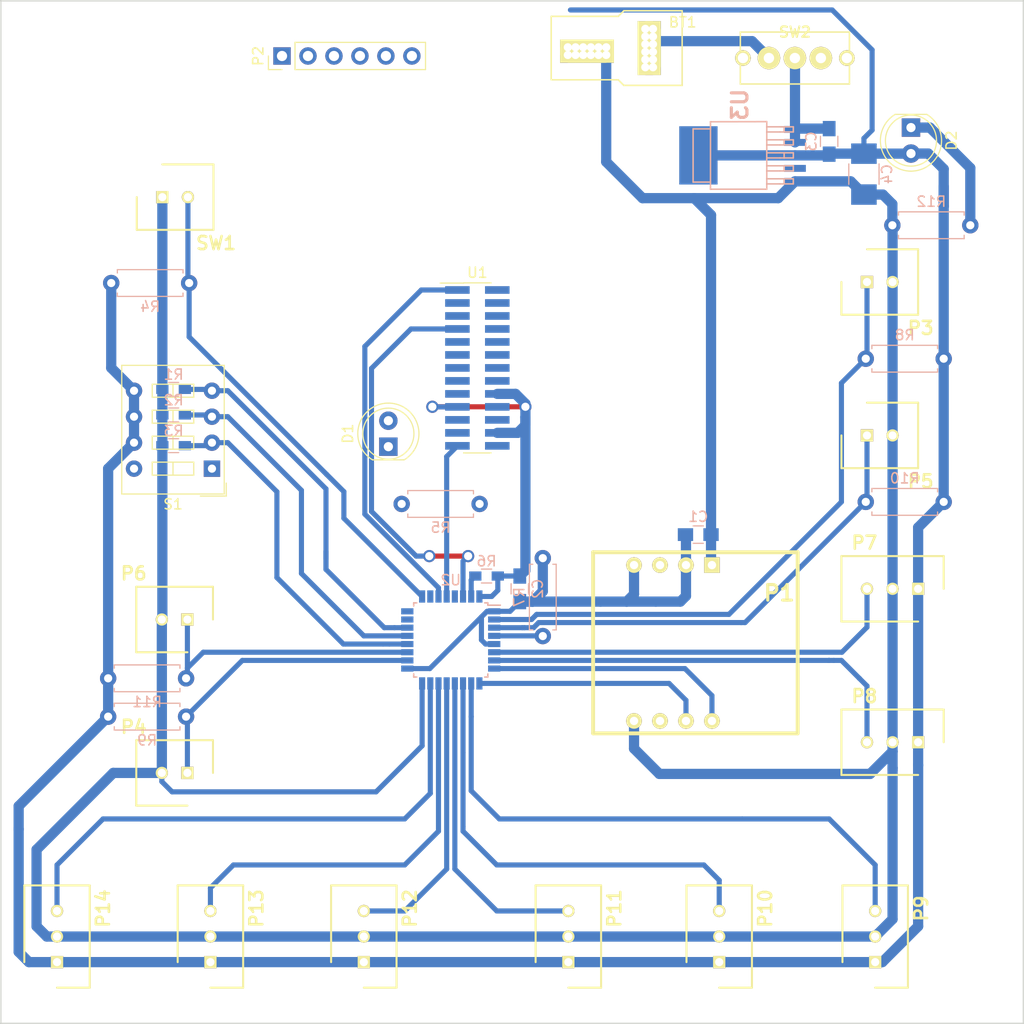
<source format=kicad_pcb>
(kicad_pcb (version 4) (host pcbnew 4.0.6)

  (general
    (links 126)
    (no_connects 13)
    (area 49.924999 69.924999 150.075001 170.075001)
    (thickness 1.6)
    (drawings 9)
    (tracks 280)
    (zones 0)
    (modules 39)
    (nets 58)
  )

  (page A4)
  (layers
    (0 F.Cu signal)
    (31 B.Cu signal)
    (32 B.Adhes user)
    (33 F.Adhes user)
    (34 B.Paste user)
    (35 F.Paste user)
    (36 B.SilkS user)
    (37 F.SilkS user)
    (38 B.Mask user)
    (39 F.Mask user)
    (40 Dwgs.User user)
    (41 Cmts.User user)
    (42 Eco1.User user)
    (43 Eco2.User user)
    (44 Edge.Cuts user)
    (45 Margin user)
    (46 B.CrtYd user)
    (47 F.CrtYd user)
    (48 B.Fab user)
    (49 F.Fab user)
  )

  (setup
    (last_trace_width 0.5)
    (user_trace_width 0.4)
    (user_trace_width 1)
    (user_trace_width 1.5)
    (trace_clearance 0.15)
    (zone_clearance 0.508)
    (zone_45_only no)
    (trace_min 0.2)
    (segment_width 0.2)
    (edge_width 0.15)
    (via_size 1.2)
    (via_drill 0.8)
    (via_min_size 0.4)
    (via_min_drill 0.3)
    (uvia_size 1)
    (uvia_drill 0.8)
    (uvias_allowed no)
    (uvia_min_size 0.2)
    (uvia_min_drill 0.1)
    (pcb_text_width 0.3)
    (pcb_text_size 1.5 1.5)
    (mod_edge_width 0.15)
    (mod_text_size 1 1)
    (mod_text_width 0.15)
    (pad_size 2.4 0.75)
    (pad_drill 0)
    (pad_to_mask_clearance 0.2)
    (aux_axis_origin 0 0)
    (visible_elements 7FFFFFFF)
    (pcbplotparams
      (layerselection 0x00030_80000001)
      (usegerberextensions false)
      (excludeedgelayer true)
      (linewidth 0.100000)
      (plotframeref false)
      (viasonmask false)
      (mode 1)
      (useauxorigin false)
      (hpglpennumber 1)
      (hpglpenspeed 20)
      (hpglpendiameter 15)
      (hpglpenoverlay 2)
      (psnegative false)
      (psa4output false)
      (plotreference true)
      (plotvalue true)
      (plotinvisibletext false)
      (padsonsilk false)
      (subtractmaskfromsilk false)
      (outputformat 1)
      (mirror false)
      (drillshape 1)
      (scaleselection 1)
      (outputdirectory ""))
  )

  (net 0 "")
  (net 1 "Net-(BT1-Pad1)")
  (net 2 GND)
  (net 3 +3V3)
  (net 4 +7.4V)
  (net 5 "Net-(D1-Pad2)")
  (net 6 /Wall)
  (net 7 /CW)
  (net 8 /Enable)
  (net 9 /CCW)
  (net 10 /Joy_X)
  (net 11 /Joy_Y)
  (net 12 /LeftU)
  (net 13 /LeftV)
  (net 14 /LeftW)
  (net 15 /RightV)
  (net 16 /RightW)
  (net 17 /RightU)
  (net 18 /SWCLK)
  (net 19 /SWDIO)
  (net 20 /NRST)
  (net 21 /SWO)
  (net 22 "Net-(R4-Pad2)")
  (net 23 /DSW_B0)
  (net 24 /DSW_B1)
  (net 25 /DSW_B2)
  (net 26 "Net-(S1-Pad1)")
  (net 27 "Net-(S1-Pad8)")
  (net 28 /315MHz_RXD)
  (net 29 /315MHz_TXD)
  (net 30 /busy)
  (net 31 /reset315)
  (net 32 "Net-(U3-Pad4)")
  (net 33 "Net-(SW2-Pad3)")
  (net 34 "Net-(P2-Pad1)")
  (net 35 "Net-(R6-Pad2)")
  (net 36 "Net-(U1-Pad2)")
  (net 37 "Net-(U1-Pad3)")
  (net 38 "Net-(U1-Pad4)")
  (net 39 "Net-(U1-Pad5)")
  (net 40 "Net-(U1-Pad8)")
  (net 41 "Net-(U1-Pad9)")
  (net 42 "Net-(U1-Pad10)")
  (net 43 "Net-(U1-Pad11)")
  (net 44 "Net-(U1-Pad12)")
  (net 45 "Net-(U1-Pad13)")
  (net 46 "Net-(U1-Pad14)")
  (net 47 "Net-(U1-Pad15)")
  (net 48 "Net-(U1-Pad16)")
  (net 49 "Net-(U1-Pad20)")
  (net 50 "Net-(U1-Pad22)")
  (net 51 "Net-(U1-Pad26)")
  (net 52 "Net-(P1-Pad6)")
  (net 53 /Blutooth_TXD)
  (net 54 /Blutooth_RXD)
  (net 55 "Net-(P1-Pad3)")
  (net 56 "Net-(D2-Pad1)")
  (net 57 "Net-(R5-Pad1)")

  (net_class Default "これは標準のネット クラスです。"
    (clearance 0.15)
    (trace_width 0.5)
    (via_dia 1.2)
    (via_drill 0.8)
    (uvia_dia 1)
    (uvia_drill 0.8)
    (add_net +3V3)
    (add_net +7.4V)
    (add_net /315MHz_RXD)
    (add_net /315MHz_TXD)
    (add_net /Blutooth_RXD)
    (add_net /Blutooth_TXD)
    (add_net /CCW)
    (add_net /CW)
    (add_net /DSW_B0)
    (add_net /DSW_B1)
    (add_net /DSW_B2)
    (add_net /Enable)
    (add_net /Joy_X)
    (add_net /Joy_Y)
    (add_net /LeftU)
    (add_net /LeftV)
    (add_net /LeftW)
    (add_net /NRST)
    (add_net /RightU)
    (add_net /RightV)
    (add_net /RightW)
    (add_net /SWCLK)
    (add_net /SWDIO)
    (add_net /SWO)
    (add_net /Wall)
    (add_net /busy)
    (add_net /reset315)
    (add_net GND)
    (add_net "Net-(BT1-Pad1)")
    (add_net "Net-(D1-Pad2)")
    (add_net "Net-(D2-Pad1)")
    (add_net "Net-(P1-Pad3)")
    (add_net "Net-(P1-Pad6)")
    (add_net "Net-(P2-Pad1)")
    (add_net "Net-(R4-Pad2)")
    (add_net "Net-(R5-Pad1)")
    (add_net "Net-(R6-Pad2)")
    (add_net "Net-(S1-Pad1)")
    (add_net "Net-(S1-Pad8)")
    (add_net "Net-(SW2-Pad3)")
    (add_net "Net-(U1-Pad10)")
    (add_net "Net-(U1-Pad11)")
    (add_net "Net-(U1-Pad12)")
    (add_net "Net-(U1-Pad13)")
    (add_net "Net-(U1-Pad14)")
    (add_net "Net-(U1-Pad15)")
    (add_net "Net-(U1-Pad16)")
    (add_net "Net-(U1-Pad2)")
    (add_net "Net-(U1-Pad20)")
    (add_net "Net-(U1-Pad22)")
    (add_net "Net-(U1-Pad26)")
    (add_net "Net-(U1-Pad3)")
    (add_net "Net-(U1-Pad4)")
    (add_net "Net-(U1-Pad5)")
    (add_net "Net-(U1-Pad8)")
    (add_net "Net-(U1-Pad9)")
    (add_net "Net-(U3-Pad4)")
  )

  (module Pin_Headers:Pin_Header_Straight_2x13_Pitch1.27mm_SMD (layer F.Cu) (tedit 59463D89) (tstamp 594364CE)
    (at 96.6 105.9)
    (descr "surface-mounted straight pin header, 2x13, 1.27mm pitch, double rows")
    (tags "Surface mounted pin header SMD 2x13 1.27mm double row")
    (path /59414DD7)
    (attr smd)
    (fp_text reference U1 (at 0 -9.315) (layer F.SilkS)
      (effects (font (size 1 1) (thickness 0.15)))
    )
    (fp_text value IM315TRX (at 0 9.315) (layer F.Fab)
      (effects (font (size 1 1) (thickness 0.15)))
    )
    (fp_line (start -1.27 -8.255) (end -1.27 8.255) (layer F.Fab) (width 0.1))
    (fp_line (start -1.27 8.255) (end 1.27 8.255) (layer F.Fab) (width 0.1))
    (fp_line (start 1.27 8.255) (end 1.27 -8.255) (layer F.Fab) (width 0.1))
    (fp_line (start 1.27 -8.255) (end -1.27 -8.255) (layer F.Fab) (width 0.1))
    (fp_line (start -1.27 -7.82) (end -1.27 -7.42) (layer F.Fab) (width 0.1))
    (fp_line (start -1.27 -7.42) (end -2.555 -7.42) (layer F.Fab) (width 0.1))
    (fp_line (start -2.555 -7.42) (end -2.555 -7.82) (layer F.Fab) (width 0.1))
    (fp_line (start -2.555 -7.82) (end -1.27 -7.82) (layer F.Fab) (width 0.1))
    (fp_line (start 1.27 -7.82) (end 1.27 -7.42) (layer F.Fab) (width 0.1))
    (fp_line (start 1.27 -7.42) (end 2.555 -7.42) (layer F.Fab) (width 0.1))
    (fp_line (start 2.555 -7.42) (end 2.555 -7.82) (layer F.Fab) (width 0.1))
    (fp_line (start 2.555 -7.82) (end 1.27 -7.82) (layer F.Fab) (width 0.1))
    (fp_line (start -1.27 -6.55) (end -1.27 -6.15) (layer F.Fab) (width 0.1))
    (fp_line (start -1.27 -6.15) (end -2.555 -6.15) (layer F.Fab) (width 0.1))
    (fp_line (start -2.555 -6.15) (end -2.555 -6.55) (layer F.Fab) (width 0.1))
    (fp_line (start -2.555 -6.55) (end -1.27 -6.55) (layer F.Fab) (width 0.1))
    (fp_line (start 1.27 -6.55) (end 1.27 -6.15) (layer F.Fab) (width 0.1))
    (fp_line (start 1.27 -6.15) (end 2.555 -6.15) (layer F.Fab) (width 0.1))
    (fp_line (start 2.555 -6.15) (end 2.555 -6.55) (layer F.Fab) (width 0.1))
    (fp_line (start 2.555 -6.55) (end 1.27 -6.55) (layer F.Fab) (width 0.1))
    (fp_line (start -1.27 -5.28) (end -1.27 -4.88) (layer F.Fab) (width 0.1))
    (fp_line (start -1.27 -4.88) (end -2.555 -4.88) (layer F.Fab) (width 0.1))
    (fp_line (start -2.555 -4.88) (end -2.555 -5.28) (layer F.Fab) (width 0.1))
    (fp_line (start -2.555 -5.28) (end -1.27 -5.28) (layer F.Fab) (width 0.1))
    (fp_line (start 1.27 -5.28) (end 1.27 -4.88) (layer F.Fab) (width 0.1))
    (fp_line (start 1.27 -4.88) (end 2.555 -4.88) (layer F.Fab) (width 0.1))
    (fp_line (start 2.555 -4.88) (end 2.555 -5.28) (layer F.Fab) (width 0.1))
    (fp_line (start 2.555 -5.28) (end 1.27 -5.28) (layer F.Fab) (width 0.1))
    (fp_line (start -1.27 -4.01) (end -1.27 -3.61) (layer F.Fab) (width 0.1))
    (fp_line (start -1.27 -3.61) (end -2.555 -3.61) (layer F.Fab) (width 0.1))
    (fp_line (start -2.555 -3.61) (end -2.555 -4.01) (layer F.Fab) (width 0.1))
    (fp_line (start -2.555 -4.01) (end -1.27 -4.01) (layer F.Fab) (width 0.1))
    (fp_line (start 1.27 -4.01) (end 1.27 -3.61) (layer F.Fab) (width 0.1))
    (fp_line (start 1.27 -3.61) (end 2.555 -3.61) (layer F.Fab) (width 0.1))
    (fp_line (start 2.555 -3.61) (end 2.555 -4.01) (layer F.Fab) (width 0.1))
    (fp_line (start 2.555 -4.01) (end 1.27 -4.01) (layer F.Fab) (width 0.1))
    (fp_line (start -1.27 -2.74) (end -1.27 -2.34) (layer F.Fab) (width 0.1))
    (fp_line (start -1.27 -2.34) (end -2.555 -2.34) (layer F.Fab) (width 0.1))
    (fp_line (start -2.555 -2.34) (end -2.555 -2.74) (layer F.Fab) (width 0.1))
    (fp_line (start -2.555 -2.74) (end -1.27 -2.74) (layer F.Fab) (width 0.1))
    (fp_line (start 1.27 -2.74) (end 1.27 -2.34) (layer F.Fab) (width 0.1))
    (fp_line (start 1.27 -2.34) (end 2.555 -2.34) (layer F.Fab) (width 0.1))
    (fp_line (start 2.555 -2.34) (end 2.555 -2.74) (layer F.Fab) (width 0.1))
    (fp_line (start 2.555 -2.74) (end 1.27 -2.74) (layer F.Fab) (width 0.1))
    (fp_line (start -1.27 -1.47) (end -1.27 -1.07) (layer F.Fab) (width 0.1))
    (fp_line (start -1.27 -1.07) (end -2.555 -1.07) (layer F.Fab) (width 0.1))
    (fp_line (start -2.555 -1.07) (end -2.555 -1.47) (layer F.Fab) (width 0.1))
    (fp_line (start -2.555 -1.47) (end -1.27 -1.47) (layer F.Fab) (width 0.1))
    (fp_line (start 1.27 -1.47) (end 1.27 -1.07) (layer F.Fab) (width 0.1))
    (fp_line (start 1.27 -1.07) (end 2.555 -1.07) (layer F.Fab) (width 0.1))
    (fp_line (start 2.555 -1.07) (end 2.555 -1.47) (layer F.Fab) (width 0.1))
    (fp_line (start 2.555 -1.47) (end 1.27 -1.47) (layer F.Fab) (width 0.1))
    (fp_line (start -1.27 -0.2) (end -1.27 0.2) (layer F.Fab) (width 0.1))
    (fp_line (start -1.27 0.2) (end -2.555 0.2) (layer F.Fab) (width 0.1))
    (fp_line (start -2.555 0.2) (end -2.555 -0.2) (layer F.Fab) (width 0.1))
    (fp_line (start -2.555 -0.2) (end -1.27 -0.2) (layer F.Fab) (width 0.1))
    (fp_line (start 1.27 -0.2) (end 1.27 0.2) (layer F.Fab) (width 0.1))
    (fp_line (start 1.27 0.2) (end 2.555 0.2) (layer F.Fab) (width 0.1))
    (fp_line (start 2.555 0.2) (end 2.555 -0.2) (layer F.Fab) (width 0.1))
    (fp_line (start 2.555 -0.2) (end 1.27 -0.2) (layer F.Fab) (width 0.1))
    (fp_line (start -1.27 1.07) (end -1.27 1.47) (layer F.Fab) (width 0.1))
    (fp_line (start -1.27 1.47) (end -2.555 1.47) (layer F.Fab) (width 0.1))
    (fp_line (start -2.555 1.47) (end -2.555 1.07) (layer F.Fab) (width 0.1))
    (fp_line (start -2.555 1.07) (end -1.27 1.07) (layer F.Fab) (width 0.1))
    (fp_line (start 1.27 1.07) (end 1.27 1.47) (layer F.Fab) (width 0.1))
    (fp_line (start 1.27 1.47) (end 2.555 1.47) (layer F.Fab) (width 0.1))
    (fp_line (start 2.555 1.47) (end 2.555 1.07) (layer F.Fab) (width 0.1))
    (fp_line (start 2.555 1.07) (end 1.27 1.07) (layer F.Fab) (width 0.1))
    (fp_line (start -1.27 2.34) (end -1.27 2.74) (layer F.Fab) (width 0.1))
    (fp_line (start -1.27 2.74) (end -2.555 2.74) (layer F.Fab) (width 0.1))
    (fp_line (start -2.555 2.74) (end -2.555 2.34) (layer F.Fab) (width 0.1))
    (fp_line (start -2.555 2.34) (end -1.27 2.34) (layer F.Fab) (width 0.1))
    (fp_line (start 1.27 2.34) (end 1.27 2.74) (layer F.Fab) (width 0.1))
    (fp_line (start 1.27 2.74) (end 2.555 2.74) (layer F.Fab) (width 0.1))
    (fp_line (start 2.555 2.74) (end 2.555 2.34) (layer F.Fab) (width 0.1))
    (fp_line (start 2.555 2.34) (end 1.27 2.34) (layer F.Fab) (width 0.1))
    (fp_line (start -1.27 3.61) (end -1.27 4.01) (layer F.Fab) (width 0.1))
    (fp_line (start -1.27 4.01) (end -2.555 4.01) (layer F.Fab) (width 0.1))
    (fp_line (start -2.555 4.01) (end -2.555 3.61) (layer F.Fab) (width 0.1))
    (fp_line (start -2.555 3.61) (end -1.27 3.61) (layer F.Fab) (width 0.1))
    (fp_line (start 1.27 3.61) (end 1.27 4.01) (layer F.Fab) (width 0.1))
    (fp_line (start 1.27 4.01) (end 2.555 4.01) (layer F.Fab) (width 0.1))
    (fp_line (start 2.555 4.01) (end 2.555 3.61) (layer F.Fab) (width 0.1))
    (fp_line (start 2.555 3.61) (end 1.27 3.61) (layer F.Fab) (width 0.1))
    (fp_line (start -1.27 4.88) (end -1.27 5.28) (layer F.Fab) (width 0.1))
    (fp_line (start -1.27 5.28) (end -2.555 5.28) (layer F.Fab) (width 0.1))
    (fp_line (start -2.555 5.28) (end -2.555 4.88) (layer F.Fab) (width 0.1))
    (fp_line (start -2.555 4.88) (end -1.27 4.88) (layer F.Fab) (width 0.1))
    (fp_line (start 1.27 4.88) (end 1.27 5.28) (layer F.Fab) (width 0.1))
    (fp_line (start 1.27 5.28) (end 2.555 5.28) (layer F.Fab) (width 0.1))
    (fp_line (start 2.555 5.28) (end 2.555 4.88) (layer F.Fab) (width 0.1))
    (fp_line (start 2.555 4.88) (end 1.27 4.88) (layer F.Fab) (width 0.1))
    (fp_line (start -1.27 6.15) (end -1.27 6.55) (layer F.Fab) (width 0.1))
    (fp_line (start -1.27 6.55) (end -2.555 6.55) (layer F.Fab) (width 0.1))
    (fp_line (start -2.555 6.55) (end -2.555 6.15) (layer F.Fab) (width 0.1))
    (fp_line (start -2.555 6.15) (end -1.27 6.15) (layer F.Fab) (width 0.1))
    (fp_line (start 1.27 6.15) (end 1.27 6.55) (layer F.Fab) (width 0.1))
    (fp_line (start 1.27 6.55) (end 2.555 6.55) (layer F.Fab) (width 0.1))
    (fp_line (start 2.555 6.55) (end 2.555 6.15) (layer F.Fab) (width 0.1))
    (fp_line (start 2.555 6.15) (end 1.27 6.15) (layer F.Fab) (width 0.1))
    (fp_line (start -1.27 7.42) (end -1.27 7.82) (layer F.Fab) (width 0.1))
    (fp_line (start -1.27 7.82) (end -2.555 7.82) (layer F.Fab) (width 0.1))
    (fp_line (start -2.555 7.82) (end -2.555 7.42) (layer F.Fab) (width 0.1))
    (fp_line (start -2.555 7.42) (end -1.27 7.42) (layer F.Fab) (width 0.1))
    (fp_line (start 1.27 7.42) (end 1.27 7.82) (layer F.Fab) (width 0.1))
    (fp_line (start 1.27 7.82) (end 2.555 7.82) (layer F.Fab) (width 0.1))
    (fp_line (start 2.555 7.82) (end 2.555 7.42) (layer F.Fab) (width 0.1))
    (fp_line (start 2.555 7.42) (end 1.27 7.42) (layer F.Fab) (width 0.1))
    (fp_line (start -1.33 -8.295) (end -1.33 -8.315) (layer F.SilkS) (width 0.12))
    (fp_line (start -1.33 -8.315) (end 1.33 -8.315) (layer F.SilkS) (width 0.12))
    (fp_line (start 1.33 -8.315) (end 1.33 -8.295) (layer F.SilkS) (width 0.12))
    (fp_line (start -1.33 8.295) (end -1.33 8.315) (layer F.SilkS) (width 0.12))
    (fp_line (start -1.33 8.315) (end 1.33 8.315) (layer F.SilkS) (width 0.12))
    (fp_line (start 1.33 8.315) (end 1.33 8.295) (layer F.SilkS) (width 0.12))
    (fp_line (start -3.635 -8.295) (end -1.33 -8.295) (layer F.SilkS) (width 0.12))
    (fp_line (start -4.15 -8.8) (end -4.15 8.8) (layer F.CrtYd) (width 0.05))
    (fp_line (start -4.15 8.8) (end 4.15 8.8) (layer F.CrtYd) (width 0.05))
    (fp_line (start 4.15 8.8) (end 4.15 -8.8) (layer F.CrtYd) (width 0.05))
    (fp_line (start 4.15 -8.8) (end -4.15 -8.8) (layer F.CrtYd) (width 0.05))
    (fp_text user %R (at 0 -9.315) (layer F.Fab)
      (effects (font (size 1 1) (thickness 0.15)))
    )
    (pad 1 smd rect (at -1.95 -7.62) (size 2.4 0.75) (layers B.Cu F.Paste F.Mask)
      (net 30 /busy))
    (pad 2 smd rect (at 1.95 -7.62) (size 2.4 0.75) (layers B.Cu F.Paste F.Mask)
      (net 36 "Net-(U1-Pad2)"))
    (pad 3 smd rect (at -1.95 -6.35) (size 2.4 0.75) (layers B.Cu F.Paste F.Mask)
      (net 37 "Net-(U1-Pad3)"))
    (pad 4 smd rect (at 1.95 -6.35) (size 2.4 0.75) (layers B.Cu F.Paste F.Mask)
      (net 38 "Net-(U1-Pad4)"))
    (pad 5 smd rect (at -1.95 -5.08) (size 2.4 0.75) (layers B.Cu F.Paste F.Mask)
      (net 39 "Net-(U1-Pad5)"))
    (pad 6 smd rect (at 1.95 -5.08) (size 2.4 0.75) (layers B.Cu F.Paste F.Mask)
      (net 28 /315MHz_RXD))
    (pad 7 smd rect (at -1.95 -3.81) (size 2.4 0.75) (layers B.Cu F.Paste F.Mask)
      (net 29 /315MHz_TXD))
    (pad 8 smd rect (at 1.95 -3.81) (size 2.4 0.75) (layers B.Cu F.Paste F.Mask)
      (net 40 "Net-(U1-Pad8)"))
    (pad 9 smd rect (at -1.95 -2.54) (size 2.4 0.75) (layers B.Cu F.Paste F.Mask)
      (net 41 "Net-(U1-Pad9)"))
    (pad 10 smd rect (at 1.95 -2.54) (size 2.4 0.75) (layers B.Cu F.Paste F.Mask)
      (net 42 "Net-(U1-Pad10)"))
    (pad 11 smd rect (at -1.95 -1.27) (size 2.4 0.75) (layers B.Cu F.Paste F.Mask)
      (net 43 "Net-(U1-Pad11)"))
    (pad 12 smd rect (at 1.95 -1.27) (size 2.4 0.75) (layers B.Cu F.Paste F.Mask)
      (net 44 "Net-(U1-Pad12)"))
    (pad 13 smd rect (at -1.95 0) (size 2.4 0.75) (layers B.Cu F.Paste F.Mask)
      (net 45 "Net-(U1-Pad13)"))
    (pad 14 smd rect (at 1.95 0) (size 2.4 0.75) (layers B.Cu F.Paste F.Mask)
      (net 46 "Net-(U1-Pad14)"))
    (pad 15 smd rect (at -1.95 1.27) (size 2.4 0.75) (layers B.Cu F.Paste F.Mask)
      (net 47 "Net-(U1-Pad15)"))
    (pad 16 smd rect (at 1.95 1.27) (size 2.4 0.75) (layers B.Cu F.Paste F.Mask)
      (net 48 "Net-(U1-Pad16)"))
    (pad 17 smd rect (at -1.95 2.54) (size 2.4 0.75) (layers B.Cu F.Paste F.Mask)
      (net 3 +3V3))
    (pad 18 smd rect (at 1.95 2.54) (size 2.4 0.75) (layers B.Cu F.Paste F.Mask)
      (net 2 GND))
    (pad 19 smd rect (at -1.95 3.81) (size 2.4 0.75) (layers B.Cu F.Paste F.Mask)
      (net 2 GND))
    (pad 20 smd rect (at 1.95 3.81) (size 2.4 0.75) (layers B.Cu F.Paste F.Mask)
      (net 49 "Net-(U1-Pad20)"))
    (pad 21 smd rect (at -1.95 5.08) (size 2.4 0.75) (layers B.Cu F.Paste F.Mask)
      (net 57 "Net-(R5-Pad1)"))
    (pad 22 smd rect (at 1.95 5.08) (size 2.4 0.75) (layers B.Cu F.Paste F.Mask)
      (net 50 "Net-(U1-Pad22)"))
    (pad 23 smd rect (at -1.95 6.35) (size 2.4 0.75) (layers B.Cu F.Paste F.Mask)
      (net 3 +3V3))
    (pad 24 smd rect (at 1.95 6.35) (size 2.4 0.75) (layers B.Cu F.Paste F.Mask)
      (net 2 GND))
    (pad 25 smd rect (at -1.95 7.62) (size 2.4 0.75) (layers B.Cu F.Paste F.Mask)
      (net 31 /reset315))
    (pad 26 smd rect (at 1.95 7.62) (size 2.4 0.75) (layers B.Cu F.Paste F.Mask)
      (net 51 "Net-(U1-Pad26)"))
    (model ${KISYS3DMOD}/Pin_Headers.3dshapes/Pin_Header_Straight_2x13_Pitch1.27mm_SMD.wrl
      (at (xyz 0 0 0))
      (scale (xyz 1 1 1))
      (rotate (xyz 0 0 0))
    )
  )

  (module YASU:XT_Mdot (layer F.Cu) (tedit 57D60AB2) (tstamp 5940F97D)
    (at 113.425 74.625 180)
    (path /59423E1E)
    (fp_text reference BT1 (at -3.25 2.525 180) (layer F.SilkS)
      (effects (font (size 1 1) (thickness 0.15)))
    )
    (fp_text value Battery_Cell (at -3.275 -2.575 180) (layer F.Fab)
      (effects (font (size 1 1) (thickness 0.15)))
    )
    (fp_line (start -3.2 -3.65) (end -3.2 3.65) (layer F.SilkS) (width 0.15))
    (fp_line (start -3.2 3.65) (end 2.5 3.65) (layer F.SilkS) (width 0.15))
    (fp_line (start 2.5 3.65) (end 3.05 3.1) (layer F.SilkS) (width 0.15))
    (fp_line (start 3.05 3.1) (end 9.6 3.1) (layer F.SilkS) (width 0.15))
    (fp_line (start 9.6 3.1) (end 9.6 -3.1) (layer F.SilkS) (width 0.15))
    (fp_line (start 9.6 -3.1) (end 3.05 -3.1) (layer F.SilkS) (width 0.15))
    (fp_line (start 3.05 -3.1) (end 2.5 -3.65) (layer F.SilkS) (width 0.15))
    (fp_line (start 2.5 -3.65) (end -3.2 -3.65) (layer F.SilkS) (width 0.15))
    (pad 1 thru_hole rect (at -0.35 -1.875 180) (size 1.524 1.524) (drill 0.8) (layers *.Cu *.Mask F.SilkS)
      (net 1 "Net-(BT1-Pad1)"))
    (pad 1 thru_hole rect (at 0.4 -1.875 180) (size 1.524 1.524) (drill 0.8) (layers *.Cu *.Mask F.SilkS)
      (net 1 "Net-(BT1-Pad1)"))
    (pad 1 thru_hole rect (at -0.35 -1.125 180) (size 1.524 1.524) (drill 0.8) (layers *.Cu *.Mask F.SilkS)
      (net 1 "Net-(BT1-Pad1)"))
    (pad 1 thru_hole rect (at 0.4 -1.125 180) (size 1.524 1.524) (drill 0.8) (layers *.Cu *.Mask F.SilkS)
      (net 1 "Net-(BT1-Pad1)"))
    (pad 1 thru_hole rect (at -0.35 -0.375 180) (size 1.524 1.524) (drill 0.8) (layers *.Cu *.Mask F.SilkS)
      (net 1 "Net-(BT1-Pad1)"))
    (pad 1 thru_hole rect (at 0.4 -0.375 180) (size 1.524 1.524) (drill 0.8) (layers *.Cu *.Mask F.SilkS)
      (net 1 "Net-(BT1-Pad1)"))
    (pad 1 thru_hole rect (at -0.35 0.375 180) (size 1.524 1.524) (drill 0.8) (layers *.Cu *.Mask F.SilkS)
      (net 1 "Net-(BT1-Pad1)"))
    (pad 1 thru_hole rect (at 0.4 0.375 180) (size 1.524 1.524) (drill 0.8) (layers *.Cu *.Mask F.SilkS)
      (net 1 "Net-(BT1-Pad1)"))
    (pad 1 thru_hole rect (at -0.35 1.125 180) (size 1.524 1.524) (drill 0.8) (layers *.Cu *.Mask F.SilkS)
      (net 1 "Net-(BT1-Pad1)"))
    (pad 1 thru_hole rect (at 0.4 1.125 180) (size 1.524 1.524) (drill 0.8) (layers *.Cu *.Mask F.SilkS)
      (net 1 "Net-(BT1-Pad1)"))
    (pad 1 thru_hole rect (at -0.35 1.875 180) (size 1.524 1.524) (drill 0.8) (layers *.Cu *.Mask F.SilkS)
      (net 1 "Net-(BT1-Pad1)"))
    (pad 1 thru_hole rect (at 0.4 1.875 180) (size 1.524 1.524) (drill 0.8) (layers *.Cu *.Mask F.SilkS)
      (net 1 "Net-(BT1-Pad1)"))
    (pad 2 thru_hole rect (at 4.225 -0.675 180) (size 1.524 1.524) (drill 0.8) (layers *.Cu *.Mask F.SilkS)
      (net 2 GND))
    (pad 2 thru_hole rect (at 4.975 -0.675 180) (size 1.524 1.524) (drill 0.8) (layers *.Cu *.Mask F.SilkS)
      (net 2 GND))
    (pad 2 thru_hole rect (at 5.725 -0.675 180) (size 1.524 1.524) (drill 0.8) (layers *.Cu *.Mask F.SilkS)
      (net 2 GND))
    (pad 2 thru_hole rect (at 6.475 -0.675 180) (size 1.524 1.524) (drill 0.8) (layers *.Cu *.Mask F.SilkS)
      (net 2 GND))
    (pad 2 thru_hole rect (at 7.225 -0.675 180) (size 1.524 1.524) (drill 0.8) (layers *.Cu *.Mask F.SilkS)
      (net 2 GND))
    (pad 2 thru_hole rect (at 7.975 -0.675 180) (size 1.524 1.524) (drill 0.8) (layers *.Cu *.Mask F.SilkS)
      (net 2 GND))
    (pad 2 thru_hole rect (at 4.225 0.075 180) (size 1.524 1.524) (drill 0.8) (layers *.Cu *.Mask F.SilkS)
      (net 2 GND))
    (pad 2 thru_hole rect (at 4.975 0.075 180) (size 1.524 1.524) (drill 0.8) (layers *.Cu *.Mask F.SilkS)
      (net 2 GND))
    (pad 2 thru_hole rect (at 5.725 0.075 180) (size 1.524 1.524) (drill 0.8) (layers *.Cu *.Mask F.SilkS)
      (net 2 GND))
    (pad 2 thru_hole rect (at 6.475 0.075 180) (size 1.524 1.524) (drill 0.8) (layers *.Cu *.Mask F.SilkS)
      (net 2 GND))
    (pad 2 thru_hole rect (at 7.225 0.075 180) (size 1.524 1.524) (drill 0.8) (layers *.Cu *.Mask F.SilkS)
      (net 2 GND))
    (pad 2 thru_hole rect (at 7.975 0.075 180) (size 1.524 1.524) (drill 0.8) (layers *.Cu *.Mask F.SilkS)
      (net 2 GND))
  )

  (module Capacitors_SMD:C_0805_HandSoldering (layer B.Cu) (tedit 58AA84A8) (tstamp 5940F983)
    (at 118.2 122.2 180)
    (descr "Capacitor SMD 0805, hand soldering")
    (tags "capacitor 0805")
    (path /5937C110)
    (attr smd)
    (fp_text reference C1 (at 0 1.75 180) (layer B.SilkS)
      (effects (font (size 1 1) (thickness 0.15)) (justify mirror))
    )
    (fp_text value 0.1u (at 0 -1.75 180) (layer B.Fab)
      (effects (font (size 1 1) (thickness 0.15)) (justify mirror))
    )
    (fp_text user %R (at 0 1.75 180) (layer B.Fab)
      (effects (font (size 1 1) (thickness 0.15)) (justify mirror))
    )
    (fp_line (start -1 -0.62) (end -1 0.62) (layer B.Fab) (width 0.1))
    (fp_line (start 1 -0.62) (end -1 -0.62) (layer B.Fab) (width 0.1))
    (fp_line (start 1 0.62) (end 1 -0.62) (layer B.Fab) (width 0.1))
    (fp_line (start -1 0.62) (end 1 0.62) (layer B.Fab) (width 0.1))
    (fp_line (start 0.5 0.85) (end -0.5 0.85) (layer B.SilkS) (width 0.12))
    (fp_line (start -0.5 -0.85) (end 0.5 -0.85) (layer B.SilkS) (width 0.12))
    (fp_line (start -2.25 0.88) (end 2.25 0.88) (layer B.CrtYd) (width 0.05))
    (fp_line (start -2.25 0.88) (end -2.25 -0.87) (layer B.CrtYd) (width 0.05))
    (fp_line (start 2.25 -0.87) (end 2.25 0.88) (layer B.CrtYd) (width 0.05))
    (fp_line (start 2.25 -0.87) (end -2.25 -0.87) (layer B.CrtYd) (width 0.05))
    (pad 1 smd rect (at -1.25 0 180) (size 1.5 1.25) (layers B.Cu B.Paste B.Mask)
      (net 2 GND))
    (pad 2 smd rect (at 1.25 0 180) (size 1.5 1.25) (layers B.Cu B.Paste B.Mask)
      (net 3 +3V3))
    (model Capacitors_SMD.3dshapes/C_0805.wrl
      (at (xyz 0 0 0))
      (scale (xyz 1 1 1))
      (rotate (xyz 0 0 0))
    )
  )

  (module Capacitors_SMD:C_0805_HandSoldering (layer B.Cu) (tedit 58AA84A8) (tstamp 5940F989)
    (at 100.75 127.5 90)
    (descr "Capacitor SMD 0805, hand soldering")
    (tags "capacitor 0805")
    (path /5936C50E)
    (attr smd)
    (fp_text reference C2 (at 0 1.75 90) (layer B.SilkS)
      (effects (font (size 1 1) (thickness 0.15)) (justify mirror))
    )
    (fp_text value 0.1u (at 0 -1.75 90) (layer B.Fab)
      (effects (font (size 1 1) (thickness 0.15)) (justify mirror))
    )
    (fp_text user %R (at 0 1.75 90) (layer B.Fab)
      (effects (font (size 1 1) (thickness 0.15)) (justify mirror))
    )
    (fp_line (start -1 -0.62) (end -1 0.62) (layer B.Fab) (width 0.1))
    (fp_line (start 1 -0.62) (end -1 -0.62) (layer B.Fab) (width 0.1))
    (fp_line (start 1 0.62) (end 1 -0.62) (layer B.Fab) (width 0.1))
    (fp_line (start -1 0.62) (end 1 0.62) (layer B.Fab) (width 0.1))
    (fp_line (start 0.5 0.85) (end -0.5 0.85) (layer B.SilkS) (width 0.12))
    (fp_line (start -0.5 -0.85) (end 0.5 -0.85) (layer B.SilkS) (width 0.12))
    (fp_line (start -2.25 0.88) (end 2.25 0.88) (layer B.CrtYd) (width 0.05))
    (fp_line (start -2.25 0.88) (end -2.25 -0.87) (layer B.CrtYd) (width 0.05))
    (fp_line (start 2.25 -0.87) (end 2.25 0.88) (layer B.CrtYd) (width 0.05))
    (fp_line (start 2.25 -0.87) (end -2.25 -0.87) (layer B.CrtYd) (width 0.05))
    (pad 1 smd rect (at -1.25 0 90) (size 1.5 1.25) (layers B.Cu B.Paste B.Mask)
      (net 3 +3V3))
    (pad 2 smd rect (at 1.25 0 90) (size 1.5 1.25) (layers B.Cu B.Paste B.Mask)
      (net 2 GND))
    (model Capacitors_SMD.3dshapes/C_0805.wrl
      (at (xyz 0 0 0))
      (scale (xyz 1 1 1))
      (rotate (xyz 0 0 0))
    )
  )

  (module Capacitors_SMD:C_0805_HandSoldering (layer B.Cu) (tedit 58AA84A8) (tstamp 5940F98F)
    (at 131 83.75 270)
    (descr "Capacitor SMD 0805, hand soldering")
    (tags "capacitor 0805")
    (path /5936B5DF/58DB5268)
    (attr smd)
    (fp_text reference C3 (at 0 1.75 270) (layer B.SilkS)
      (effects (font (size 1 1) (thickness 0.15)) (justify mirror))
    )
    (fp_text value 0.1u (at 0 -1.75 270) (layer B.Fab)
      (effects (font (size 1 1) (thickness 0.15)) (justify mirror))
    )
    (fp_text user %R (at 0 1.75 270) (layer B.Fab)
      (effects (font (size 1 1) (thickness 0.15)) (justify mirror))
    )
    (fp_line (start -1 -0.62) (end -1 0.62) (layer B.Fab) (width 0.1))
    (fp_line (start 1 -0.62) (end -1 -0.62) (layer B.Fab) (width 0.1))
    (fp_line (start 1 0.62) (end 1 -0.62) (layer B.Fab) (width 0.1))
    (fp_line (start -1 0.62) (end 1 0.62) (layer B.Fab) (width 0.1))
    (fp_line (start 0.5 0.85) (end -0.5 0.85) (layer B.SilkS) (width 0.12))
    (fp_line (start -0.5 -0.85) (end 0.5 -0.85) (layer B.SilkS) (width 0.12))
    (fp_line (start -2.25 0.88) (end 2.25 0.88) (layer B.CrtYd) (width 0.05))
    (fp_line (start -2.25 0.88) (end -2.25 -0.87) (layer B.CrtYd) (width 0.05))
    (fp_line (start 2.25 -0.87) (end 2.25 0.88) (layer B.CrtYd) (width 0.05))
    (fp_line (start 2.25 -0.87) (end -2.25 -0.87) (layer B.CrtYd) (width 0.05))
    (pad 1 smd rect (at -1.25 0 270) (size 1.5 1.25) (layers B.Cu B.Paste B.Mask)
      (net 4 +7.4V))
    (pad 2 smd rect (at 1.25 0 270) (size 1.5 1.25) (layers B.Cu B.Paste B.Mask)
      (net 3 +3V3))
    (model Capacitors_SMD.3dshapes/C_0805.wrl
      (at (xyz 0 0 0))
      (scale (xyz 1 1 1))
      (rotate (xyz 0 0 0))
    )
  )

  (module Capacitors_SMD:C_1210_HandSoldering (layer B.Cu) (tedit 58AA84FB) (tstamp 5940F995)
    (at 134.4 86.95 90)
    (descr "Capacitor SMD 1210, hand soldering")
    (tags "capacitor 1210")
    (path /5936B5DF/58DB5295)
    (attr smd)
    (fp_text reference C4 (at 0 2.25 90) (layer B.SilkS)
      (effects (font (size 1 1) (thickness 0.15)) (justify mirror))
    )
    (fp_text value 47u (at 0 -2.5 90) (layer B.Fab)
      (effects (font (size 1 1) (thickness 0.15)) (justify mirror))
    )
    (fp_text user %R (at 0 2.25 90) (layer B.Fab)
      (effects (font (size 1 1) (thickness 0.15)) (justify mirror))
    )
    (fp_line (start -1.6 -1.25) (end -1.6 1.25) (layer B.Fab) (width 0.1))
    (fp_line (start 1.6 -1.25) (end -1.6 -1.25) (layer B.Fab) (width 0.1))
    (fp_line (start 1.6 1.25) (end 1.6 -1.25) (layer B.Fab) (width 0.1))
    (fp_line (start -1.6 1.25) (end 1.6 1.25) (layer B.Fab) (width 0.1))
    (fp_line (start 1 1.48) (end -1 1.48) (layer B.SilkS) (width 0.12))
    (fp_line (start -1 -1.48) (end 1 -1.48) (layer B.SilkS) (width 0.12))
    (fp_line (start -3.25 1.5) (end 3.25 1.5) (layer B.CrtYd) (width 0.05))
    (fp_line (start -3.25 1.5) (end -3.25 -1.5) (layer B.CrtYd) (width 0.05))
    (fp_line (start 3.25 -1.5) (end 3.25 1.5) (layer B.CrtYd) (width 0.05))
    (fp_line (start 3.25 -1.5) (end -3.25 -1.5) (layer B.CrtYd) (width 0.05))
    (pad 1 smd rect (at -2 0 90) (size 2 2.5) (layers B.Cu B.Paste B.Mask)
      (net 2 GND))
    (pad 2 smd rect (at 2 0 90) (size 2 2.5) (layers B.Cu B.Paste B.Mask)
      (net 3 +3V3))
    (model Capacitors_SMD.3dshapes/C_1210.wrl
      (at (xyz 0 0 0))
      (scale (xyz 1 1 1))
      (rotate (xyz 0 0 0))
    )
  )

  (module LEDs:LED_D5.0mm (layer F.Cu) (tedit 587A3A7B) (tstamp 5940F99B)
    (at 87.9 113.6 90)
    (descr "LED, diameter 5.0mm, 2 pins, http://cdn-reichelt.de/documents/datenblatt/A500/LL-504BC2E-009.pdf")
    (tags "LED diameter 5.0mm 2 pins")
    (path /59426E1D)
    (fp_text reference D1 (at 1.27 -3.96 90) (layer F.SilkS)
      (effects (font (size 1 1) (thickness 0.15)))
    )
    (fp_text value LED (at 1.27 3.96 90) (layer F.Fab)
      (effects (font (size 1 1) (thickness 0.15)))
    )
    (fp_arc (start 1.27 0) (end -1.23 -1.469694) (angle 299.1) (layer F.Fab) (width 0.1))
    (fp_arc (start 1.27 0) (end -1.29 -1.54483) (angle 148.9) (layer F.SilkS) (width 0.12))
    (fp_arc (start 1.27 0) (end -1.29 1.54483) (angle -148.9) (layer F.SilkS) (width 0.12))
    (fp_circle (center 1.27 0) (end 3.77 0) (layer F.Fab) (width 0.1))
    (fp_circle (center 1.27 0) (end 3.77 0) (layer F.SilkS) (width 0.12))
    (fp_line (start -1.23 -1.469694) (end -1.23 1.469694) (layer F.Fab) (width 0.1))
    (fp_line (start -1.29 -1.545) (end -1.29 1.545) (layer F.SilkS) (width 0.12))
    (fp_line (start -1.95 -3.25) (end -1.95 3.25) (layer F.CrtYd) (width 0.05))
    (fp_line (start -1.95 3.25) (end 4.5 3.25) (layer F.CrtYd) (width 0.05))
    (fp_line (start 4.5 3.25) (end 4.5 -3.25) (layer F.CrtYd) (width 0.05))
    (fp_line (start 4.5 -3.25) (end -1.95 -3.25) (layer F.CrtYd) (width 0.05))
    (pad 1 thru_hole rect (at 0 0 90) (size 1.8 1.8) (drill 0.9) (layers *.Cu *.Mask)
      (net 2 GND))
    (pad 2 thru_hole circle (at 2.54 0 90) (size 1.8 1.8) (drill 0.9) (layers *.Cu *.Mask)
      (net 5 "Net-(D1-Pad2)"))
    (model LEDs.3dshapes/LED_D5.0mm.wrl
      (at (xyz 0 0 0))
      (scale (xyz 0.393701 0.393701 0.393701))
      (rotate (xyz 0 0 0))
    )
  )

  (module YASU:XA_2Pin (layer F.Cu) (tedit 58DD0D50) (tstamp 5940F9AD)
    (at 134.7 97.5 180)
    (descr B04B-XASK-1)
    (tags Connector)
    (path /593BDA75/593BE5DF)
    (fp_text reference P3 (at -5.25 -4.5 180) (layer F.SilkS)
      (effects (font (size 1.27 1.27) (thickness 0.254)))
    )
    (fp_text value Wall (at -4.75 5.25 180) (layer F.SilkS) hide
      (effects (font (size 1.27 1.27) (thickness 0.254)))
    )
    (fp_line (start 2.75 3.45) (end -5.25 3.45) (layer Dwgs.User) (width 0.05))
    (fp_line (start -5.25 3.45) (end -5.25 -3.45) (layer Dwgs.User) (width 0.05))
    (fp_line (start -5.25 -3.45) (end 2.75 -3.45) (layer Dwgs.User) (width 0.05))
    (fp_line (start 2.75 -3.45) (end 2.75 3.45) (layer Dwgs.User) (width 0.05))
    (fp_line (start 2.5 3.2) (end -5 3.2) (layer Dwgs.User) (width 0.1))
    (fp_line (start -5 3.2) (end -5 -3.2) (layer Dwgs.User) (width 0.1))
    (fp_line (start -5 -3.2) (end 2.5 -3.2) (layer Dwgs.User) (width 0.1))
    (fp_line (start 2.5 -3.2) (end 2.5 3.2) (layer Dwgs.User) (width 0.1))
    (fp_line (start 0 3.2) (end -5 3.2) (layer F.SilkS) (width 0.2))
    (fp_line (start -5 3.2) (end -5 -3.2) (layer F.SilkS) (width 0.2))
    (fp_line (start -5 -3.2) (end 2.5 -3.2) (layer F.SilkS) (width 0.2))
    (fp_line (start 2.5 -3.2) (end 2.5 0) (layer F.SilkS) (width 0.2))
    (pad 1 thru_hole rect (at 0 0 270) (size 1.2 1.2) (drill 0.8) (layers *.Cu *.Mask F.SilkS)
      (net 6 /Wall))
    (pad 2 thru_hole circle (at -2.5 0 270) (size 1.2 1.2) (drill 0.8) (layers *.Cu *.Mask F.SilkS)
      (net 2 GND))
  )

  (module YASU:XA_2Pin (layer F.Cu) (tedit 58DD0D50) (tstamp 5940F9B3)
    (at 68.25 145.5)
    (descr B04B-XASK-1)
    (tags Connector)
    (path /593BDA75/593BE59D)
    (fp_text reference P4 (at -5.25 -4.5) (layer F.SilkS)
      (effects (font (size 1.27 1.27) (thickness 0.254)))
    )
    (fp_text value CW (at -4.75 5.25) (layer F.SilkS) hide
      (effects (font (size 1.27 1.27) (thickness 0.254)))
    )
    (fp_line (start 2.75 3.45) (end -5.25 3.45) (layer Dwgs.User) (width 0.05))
    (fp_line (start -5.25 3.45) (end -5.25 -3.45) (layer Dwgs.User) (width 0.05))
    (fp_line (start -5.25 -3.45) (end 2.75 -3.45) (layer Dwgs.User) (width 0.05))
    (fp_line (start 2.75 -3.45) (end 2.75 3.45) (layer Dwgs.User) (width 0.05))
    (fp_line (start 2.5 3.2) (end -5 3.2) (layer Dwgs.User) (width 0.1))
    (fp_line (start -5 3.2) (end -5 -3.2) (layer Dwgs.User) (width 0.1))
    (fp_line (start -5 -3.2) (end 2.5 -3.2) (layer Dwgs.User) (width 0.1))
    (fp_line (start 2.5 -3.2) (end 2.5 3.2) (layer Dwgs.User) (width 0.1))
    (fp_line (start 0 3.2) (end -5 3.2) (layer F.SilkS) (width 0.2))
    (fp_line (start -5 3.2) (end -5 -3.2) (layer F.SilkS) (width 0.2))
    (fp_line (start -5 -3.2) (end 2.5 -3.2) (layer F.SilkS) (width 0.2))
    (fp_line (start 2.5 -3.2) (end 2.5 0) (layer F.SilkS) (width 0.2))
    (pad 1 thru_hole rect (at 0 0 90) (size 1.2 1.2) (drill 0.8) (layers *.Cu *.Mask F.SilkS)
      (net 7 /CW))
    (pad 2 thru_hole circle (at -2.5 0 90) (size 1.2 1.2) (drill 0.8) (layers *.Cu *.Mask F.SilkS)
      (net 2 GND))
  )

  (module Resistors_SMD:R_0603_HandSoldering (layer B.Cu) (tedit 58E0A804) (tstamp 5940FA07)
    (at 66.9 108 180)
    (descr "Resistor SMD 0603, hand soldering")
    (tags "resistor 0603")
    (path /593A8F2B)
    (attr smd)
    (fp_text reference R1 (at 0 1.45 180) (layer B.SilkS)
      (effects (font (size 1 1) (thickness 0.15)) (justify mirror))
    )
    (fp_text value 10k (at 0 -1.55 180) (layer B.Fab)
      (effects (font (size 1 1) (thickness 0.15)) (justify mirror))
    )
    (fp_text user %R (at 0 0 180) (layer B.Fab)
      (effects (font (size 0.5 0.5) (thickness 0.075)) (justify mirror))
    )
    (fp_line (start -0.8 -0.4) (end -0.8 0.4) (layer B.Fab) (width 0.1))
    (fp_line (start 0.8 -0.4) (end -0.8 -0.4) (layer B.Fab) (width 0.1))
    (fp_line (start 0.8 0.4) (end 0.8 -0.4) (layer B.Fab) (width 0.1))
    (fp_line (start -0.8 0.4) (end 0.8 0.4) (layer B.Fab) (width 0.1))
    (fp_line (start 0.5 -0.68) (end -0.5 -0.68) (layer B.SilkS) (width 0.12))
    (fp_line (start -0.5 0.68) (end 0.5 0.68) (layer B.SilkS) (width 0.12))
    (fp_line (start -1.96 0.7) (end 1.95 0.7) (layer B.CrtYd) (width 0.05))
    (fp_line (start -1.96 0.7) (end -1.96 -0.7) (layer B.CrtYd) (width 0.05))
    (fp_line (start 1.95 -0.7) (end 1.95 0.7) (layer B.CrtYd) (width 0.05))
    (fp_line (start 1.95 -0.7) (end -1.96 -0.7) (layer B.CrtYd) (width 0.05))
    (pad 1 smd rect (at -1.1 0 180) (size 1.2 0.9) (layers B.Cu B.Paste B.Mask)
      (net 25 /DSW_B2))
    (pad 2 smd rect (at 1.1 0 180) (size 1.2 0.9) (layers B.Cu B.Paste B.Mask)
      (net 2 GND))
    (model ${KISYS3DMOD}/Resistors_SMD.3dshapes/R_0603.wrl
      (at (xyz 0 0 0))
      (scale (xyz 1 1 1))
      (rotate (xyz 0 0 0))
    )
  )

  (module Resistors_SMD:R_0603_HandSoldering (layer B.Cu) (tedit 58E0A804) (tstamp 5940FA0D)
    (at 66.9 110.5 180)
    (descr "Resistor SMD 0603, hand soldering")
    (tags "resistor 0603")
    (path /593A8EB3)
    (attr smd)
    (fp_text reference R2 (at 0 1.45 180) (layer B.SilkS)
      (effects (font (size 1 1) (thickness 0.15)) (justify mirror))
    )
    (fp_text value 10k (at 0 -1.55 180) (layer B.Fab)
      (effects (font (size 1 1) (thickness 0.15)) (justify mirror))
    )
    (fp_text user %R (at 0 0 180) (layer B.Fab)
      (effects (font (size 0.5 0.5) (thickness 0.075)) (justify mirror))
    )
    (fp_line (start -0.8 -0.4) (end -0.8 0.4) (layer B.Fab) (width 0.1))
    (fp_line (start 0.8 -0.4) (end -0.8 -0.4) (layer B.Fab) (width 0.1))
    (fp_line (start 0.8 0.4) (end 0.8 -0.4) (layer B.Fab) (width 0.1))
    (fp_line (start -0.8 0.4) (end 0.8 0.4) (layer B.Fab) (width 0.1))
    (fp_line (start 0.5 -0.68) (end -0.5 -0.68) (layer B.SilkS) (width 0.12))
    (fp_line (start -0.5 0.68) (end 0.5 0.68) (layer B.SilkS) (width 0.12))
    (fp_line (start -1.96 0.7) (end 1.95 0.7) (layer B.CrtYd) (width 0.05))
    (fp_line (start -1.96 0.7) (end -1.96 -0.7) (layer B.CrtYd) (width 0.05))
    (fp_line (start 1.95 -0.7) (end 1.95 0.7) (layer B.CrtYd) (width 0.05))
    (fp_line (start 1.95 -0.7) (end -1.96 -0.7) (layer B.CrtYd) (width 0.05))
    (pad 1 smd rect (at -1.1 0 180) (size 1.2 0.9) (layers B.Cu B.Paste B.Mask)
      (net 24 /DSW_B1))
    (pad 2 smd rect (at 1.1 0 180) (size 1.2 0.9) (layers B.Cu B.Paste B.Mask)
      (net 2 GND))
    (model ${KISYS3DMOD}/Resistors_SMD.3dshapes/R_0603.wrl
      (at (xyz 0 0 0))
      (scale (xyz 1 1 1))
      (rotate (xyz 0 0 0))
    )
  )

  (module Resistors_SMD:R_0603_HandSoldering (layer B.Cu) (tedit 58E0A804) (tstamp 5940FA13)
    (at 66.9 113.5 180)
    (descr "Resistor SMD 0603, hand soldering")
    (tags "resistor 0603")
    (path /593A8E23)
    (attr smd)
    (fp_text reference R3 (at 0 1.45 180) (layer B.SilkS)
      (effects (font (size 1 1) (thickness 0.15)) (justify mirror))
    )
    (fp_text value 10k (at 0 -1.55 180) (layer B.Fab)
      (effects (font (size 1 1) (thickness 0.15)) (justify mirror))
    )
    (fp_text user %R (at 0 0 180) (layer B.Fab)
      (effects (font (size 0.5 0.5) (thickness 0.075)) (justify mirror))
    )
    (fp_line (start -0.8 -0.4) (end -0.8 0.4) (layer B.Fab) (width 0.1))
    (fp_line (start 0.8 -0.4) (end -0.8 -0.4) (layer B.Fab) (width 0.1))
    (fp_line (start 0.8 0.4) (end 0.8 -0.4) (layer B.Fab) (width 0.1))
    (fp_line (start -0.8 0.4) (end 0.8 0.4) (layer B.Fab) (width 0.1))
    (fp_line (start 0.5 -0.68) (end -0.5 -0.68) (layer B.SilkS) (width 0.12))
    (fp_line (start -0.5 0.68) (end 0.5 0.68) (layer B.SilkS) (width 0.12))
    (fp_line (start -1.96 0.7) (end 1.95 0.7) (layer B.CrtYd) (width 0.05))
    (fp_line (start -1.96 0.7) (end -1.96 -0.7) (layer B.CrtYd) (width 0.05))
    (fp_line (start 1.95 -0.7) (end 1.95 0.7) (layer B.CrtYd) (width 0.05))
    (fp_line (start 1.95 -0.7) (end -1.96 -0.7) (layer B.CrtYd) (width 0.05))
    (pad 1 smd rect (at -1.1 0 180) (size 1.2 0.9) (layers B.Cu B.Paste B.Mask)
      (net 23 /DSW_B0))
    (pad 2 smd rect (at 1.1 0 180) (size 1.2 0.9) (layers B.Cu B.Paste B.Mask)
      (net 2 GND))
    (model ${KISYS3DMOD}/Resistors_SMD.3dshapes/R_0603.wrl
      (at (xyz 0 0 0))
      (scale (xyz 1 1 1))
      (rotate (xyz 0 0 0))
    )
  )

  (module Resistors_SMD:R_0603_HandSoldering (layer B.Cu) (tedit 58E0A804) (tstamp 5940FA25)
    (at 97.5 126.25 180)
    (descr "Resistor SMD 0603, hand soldering")
    (tags "resistor 0603")
    (path /5936E3FC)
    (attr smd)
    (fp_text reference R6 (at 0 1.45 180) (layer B.SilkS)
      (effects (font (size 1 1) (thickness 0.15)) (justify mirror))
    )
    (fp_text value 10k (at 0 -1.55 180) (layer B.Fab)
      (effects (font (size 1 1) (thickness 0.15)) (justify mirror))
    )
    (fp_text user %R (at 0 0 180) (layer B.Fab)
      (effects (font (size 0.5 0.5) (thickness 0.075)) (justify mirror))
    )
    (fp_line (start -0.8 -0.4) (end -0.8 0.4) (layer B.Fab) (width 0.1))
    (fp_line (start 0.8 -0.4) (end -0.8 -0.4) (layer B.Fab) (width 0.1))
    (fp_line (start 0.8 0.4) (end 0.8 -0.4) (layer B.Fab) (width 0.1))
    (fp_line (start -0.8 0.4) (end 0.8 0.4) (layer B.Fab) (width 0.1))
    (fp_line (start 0.5 -0.68) (end -0.5 -0.68) (layer B.SilkS) (width 0.12))
    (fp_line (start -0.5 0.68) (end 0.5 0.68) (layer B.SilkS) (width 0.12))
    (fp_line (start -1.96 0.7) (end 1.95 0.7) (layer B.CrtYd) (width 0.05))
    (fp_line (start -1.96 0.7) (end -1.96 -0.7) (layer B.CrtYd) (width 0.05))
    (fp_line (start 1.95 -0.7) (end 1.95 0.7) (layer B.CrtYd) (width 0.05))
    (fp_line (start 1.95 -0.7) (end -1.96 -0.7) (layer B.CrtYd) (width 0.05))
    (pad 1 smd rect (at -1.1 0 180) (size 1.2 0.9) (layers B.Cu B.Paste B.Mask)
      (net 2 GND))
    (pad 2 smd rect (at 1.1 0 180) (size 1.2 0.9) (layers B.Cu B.Paste B.Mask)
      (net 35 "Net-(R6-Pad2)"))
    (model ${KISYS3DMOD}/Resistors_SMD.3dshapes/R_0603.wrl
      (at (xyz 0 0 0))
      (scale (xyz 1 1 1))
      (rotate (xyz 0 0 0))
    )
  )

  (module Buttons_Switches_ThroughHole:SW_DIP_x4_W7.62mm_Slide placed (layer F.Cu) (tedit 5923F251) (tstamp 5940FA4F)
    (at 70.65 115.75 180)
    (descr "4x-dip-switch, Slide, row spacing 7.62 mm (300 mils)")
    (tags "DIP Switch Slide 7.62mm 300mil")
    (path /593A8DBA)
    (fp_text reference S1 (at 3.81 -3.48 180) (layer F.SilkS)
      (effects (font (size 1 1) (thickness 0.15)))
    )
    (fp_text value SW_DIP_x4 (at 3.81 11.1 180) (layer F.Fab)
      (effects (font (size 1 1) (thickness 0.15)))
    )
    (fp_text user %R (at 3.81 3.81 180) (layer F.Fab)
      (effects (font (size 1 1) (thickness 0.15)))
    )
    (fp_line (start -1.4 -2.68) (end -1.4 -1.41) (layer F.SilkS) (width 0.12))
    (fp_line (start -1.4 -2.68) (end 1.14 -2.68) (layer F.SilkS) (width 0.12))
    (fp_line (start -0.08 -2.36) (end 8.7 -2.36) (layer F.Fab) (width 0.1))
    (fp_line (start 8.7 -2.36) (end 8.7 9.98) (layer F.Fab) (width 0.1))
    (fp_line (start 8.7 9.98) (end -1.08 9.98) (layer F.Fab) (width 0.1))
    (fp_line (start -1.08 9.98) (end -1.08 -1.36) (layer F.Fab) (width 0.1))
    (fp_line (start -1.08 -1.36) (end -0.08 -2.36) (layer F.Fab) (width 0.1))
    (fp_line (start 1.78 -0.635) (end 1.78 0.635) (layer F.Fab) (width 0.1))
    (fp_line (start 1.78 0.635) (end 5.84 0.635) (layer F.Fab) (width 0.1))
    (fp_line (start 5.84 0.635) (end 5.84 -0.635) (layer F.Fab) (width 0.1))
    (fp_line (start 5.84 -0.635) (end 1.78 -0.635) (layer F.Fab) (width 0.1))
    (fp_line (start 3.81 -0.635) (end 3.81 0.635) (layer F.Fab) (width 0.1))
    (fp_line (start 1.78 1.905) (end 1.78 3.175) (layer F.Fab) (width 0.1))
    (fp_line (start 1.78 3.175) (end 5.84 3.175) (layer F.Fab) (width 0.1))
    (fp_line (start 5.84 3.175) (end 5.84 1.905) (layer F.Fab) (width 0.1))
    (fp_line (start 5.84 1.905) (end 1.78 1.905) (layer F.Fab) (width 0.1))
    (fp_line (start 3.81 1.905) (end 3.81 3.175) (layer F.Fab) (width 0.1))
    (fp_line (start 1.78 4.445) (end 1.78 5.715) (layer F.Fab) (width 0.1))
    (fp_line (start 1.78 5.715) (end 5.84 5.715) (layer F.Fab) (width 0.1))
    (fp_line (start 5.84 5.715) (end 5.84 4.445) (layer F.Fab) (width 0.1))
    (fp_line (start 5.84 4.445) (end 1.78 4.445) (layer F.Fab) (width 0.1))
    (fp_line (start 3.81 4.445) (end 3.81 5.715) (layer F.Fab) (width 0.1))
    (fp_line (start 1.78 6.985) (end 1.78 8.255) (layer F.Fab) (width 0.1))
    (fp_line (start 1.78 8.255) (end 5.84 8.255) (layer F.Fab) (width 0.1))
    (fp_line (start 5.84 8.255) (end 5.84 6.985) (layer F.Fab) (width 0.1))
    (fp_line (start 5.84 6.985) (end 1.78 6.985) (layer F.Fab) (width 0.1))
    (fp_line (start 3.81 6.985) (end 3.81 8.255) (layer F.Fab) (width 0.1))
    (fp_line (start -1.2 -2.48) (end 8.82 -2.48) (layer F.SilkS) (width 0.12))
    (fp_line (start 8.82 -2.48) (end 8.82 10.1) (layer F.SilkS) (width 0.12))
    (fp_line (start 8.82 10.1) (end -1.2 10.1) (layer F.SilkS) (width 0.12))
    (fp_line (start -1.2 10.1) (end -1.2 -2.48) (layer F.SilkS) (width 0.12))
    (fp_line (start 1.78 -0.635) (end 1.78 0.635) (layer F.SilkS) (width 0.12))
    (fp_line (start 1.78 0.635) (end 5.84 0.635) (layer F.SilkS) (width 0.12))
    (fp_line (start 5.84 0.635) (end 5.84 -0.635) (layer F.SilkS) (width 0.12))
    (fp_line (start 5.84 -0.635) (end 1.78 -0.635) (layer F.SilkS) (width 0.12))
    (fp_line (start 3.81 -0.635) (end 3.81 0.635) (layer F.SilkS) (width 0.12))
    (fp_line (start 1.78 1.905) (end 1.78 3.175) (layer F.SilkS) (width 0.12))
    (fp_line (start 1.78 3.175) (end 5.84 3.175) (layer F.SilkS) (width 0.12))
    (fp_line (start 5.84 3.175) (end 5.84 1.905) (layer F.SilkS) (width 0.12))
    (fp_line (start 5.84 1.905) (end 1.78 1.905) (layer F.SilkS) (width 0.12))
    (fp_line (start 3.81 1.905) (end 3.81 3.175) (layer F.SilkS) (width 0.12))
    (fp_line (start 1.78 4.445) (end 1.78 5.715) (layer F.SilkS) (width 0.12))
    (fp_line (start 1.78 5.715) (end 5.84 5.715) (layer F.SilkS) (width 0.12))
    (fp_line (start 5.84 5.715) (end 5.84 4.445) (layer F.SilkS) (width 0.12))
    (fp_line (start 5.84 4.445) (end 1.78 4.445) (layer F.SilkS) (width 0.12))
    (fp_line (start 3.81 4.445) (end 3.81 5.715) (layer F.SilkS) (width 0.12))
    (fp_line (start 1.78 6.985) (end 1.78 8.255) (layer F.SilkS) (width 0.12))
    (fp_line (start 1.78 8.255) (end 5.84 8.255) (layer F.SilkS) (width 0.12))
    (fp_line (start 5.84 8.255) (end 5.84 6.985) (layer F.SilkS) (width 0.12))
    (fp_line (start 5.84 6.985) (end 1.78 6.985) (layer F.SilkS) (width 0.12))
    (fp_line (start 3.81 6.985) (end 3.81 8.255) (layer F.SilkS) (width 0.12))
    (fp_line (start -1.4 -2.7) (end -1.4 10.3) (layer F.CrtYd) (width 0.05))
    (fp_line (start -1.4 10.3) (end 9 10.3) (layer F.CrtYd) (width 0.05))
    (fp_line (start 9 10.3) (end 9 -2.7) (layer F.CrtYd) (width 0.05))
    (fp_line (start 9 -2.7) (end -1.4 -2.7) (layer F.CrtYd) (width 0.05))
    (pad 1 thru_hole rect (at 0 0 180) (size 1.6 1.6) (drill 0.8) (layers *.Cu *.Mask)
      (net 26 "Net-(S1-Pad1)"))
    (pad 5 thru_hole oval (at 7.62 7.62 180) (size 1.6 1.6) (drill 0.8) (layers *.Cu *.Mask)
      (net 3 +3V3))
    (pad 2 thru_hole oval (at 0 2.54 180) (size 1.6 1.6) (drill 0.8) (layers *.Cu *.Mask)
      (net 23 /DSW_B0))
    (pad 6 thru_hole oval (at 7.62 5.08 180) (size 1.6 1.6) (drill 0.8) (layers *.Cu *.Mask)
      (net 3 +3V3))
    (pad 3 thru_hole oval (at 0 5.08 180) (size 1.6 1.6) (drill 0.8) (layers *.Cu *.Mask)
      (net 24 /DSW_B1))
    (pad 7 thru_hole oval (at 7.62 2.54 180) (size 1.6 1.6) (drill 0.8) (layers *.Cu *.Mask)
      (net 3 +3V3))
    (pad 4 thru_hole oval (at 0 7.62 180) (size 1.6 1.6) (drill 0.8) (layers *.Cu *.Mask)
      (net 25 /DSW_B2))
    (pad 8 thru_hole oval (at 7.62 0 180) (size 1.6 1.6) (drill 0.8) (layers *.Cu *.Mask)
      (net 27 "Net-(S1-Pad8)"))
    (model ${KISYS3DMOD}/Buttons_Switches_THT.3dshapes/SW_DIP_x4_W7.62mm_Slide.wrl
      (at (xyz 0 0 0))
      (scale (xyz 1 1 1))
      (rotate (xyz 0 0 90))
    )
  )

  (module YASU:XA_2Pin (layer F.Cu) (tedit 58DD0D50) (tstamp 5940FA55)
    (at 65.8 89.2 180)
    (descr B04B-XASK-1)
    (tags Connector)
    (path /59392826)
    (fp_text reference SW1 (at -5.25 -4.5 180) (layer F.SilkS)
      (effects (font (size 1.27 1.27) (thickness 0.254)))
    )
    (fp_text value EmSW (at -4.75 5.25 180) (layer F.SilkS) hide
      (effects (font (size 1.27 1.27) (thickness 0.254)))
    )
    (fp_line (start 2.75 3.45) (end -5.25 3.45) (layer Dwgs.User) (width 0.05))
    (fp_line (start -5.25 3.45) (end -5.25 -3.45) (layer Dwgs.User) (width 0.05))
    (fp_line (start -5.25 -3.45) (end 2.75 -3.45) (layer Dwgs.User) (width 0.05))
    (fp_line (start 2.75 -3.45) (end 2.75 3.45) (layer Dwgs.User) (width 0.05))
    (fp_line (start 2.5 3.2) (end -5 3.2) (layer Dwgs.User) (width 0.1))
    (fp_line (start -5 3.2) (end -5 -3.2) (layer Dwgs.User) (width 0.1))
    (fp_line (start -5 -3.2) (end 2.5 -3.2) (layer Dwgs.User) (width 0.1))
    (fp_line (start 2.5 -3.2) (end 2.5 3.2) (layer Dwgs.User) (width 0.1))
    (fp_line (start 0 3.2) (end -5 3.2) (layer F.SilkS) (width 0.2))
    (fp_line (start -5 3.2) (end -5 -3.2) (layer F.SilkS) (width 0.2))
    (fp_line (start -5 -3.2) (end 2.5 -3.2) (layer F.SilkS) (width 0.2))
    (fp_line (start 2.5 -3.2) (end 2.5 0) (layer F.SilkS) (width 0.2))
    (pad 1 thru_hole rect (at 0 0 270) (size 1.2 1.2) (drill 0.8) (layers *.Cu *.Mask F.SilkS)
      (net 2 GND))
    (pad 2 thru_hole circle (at -2.5 0 270) (size 1.2 1.2) (drill 0.8) (layers *.Cu *.Mask F.SilkS)
      (net 22 "Net-(R4-Pad2)"))
  )

  (module robocon_pcb:PQ033EZ1HZ (layer B.Cu) (tedit 560CE40A) (tstamp 5940FAAA)
    (at 127.096951 85.118029 270)
    (path /5936B5DF/58DB50EC)
    (fp_text reference U3 (at -4.953 4.826 270) (layer B.SilkS)
      (effects (font (thickness 0.3048)) (justify mirror))
    )
    (fp_text value 033EZ1H (at 0.01 -4.83 270) (layer B.SilkS) hide
      (effects (font (thickness 0.3048)) (justify mirror))
    )
    (fp_line (start -2.59 7.7) (end -2.59 9.4) (layer B.SilkS) (width 0.15))
    (fp_line (start -2.59 9.4) (end 2.61 9.4) (layer B.SilkS) (width 0.15))
    (fp_line (start 2.61 9.4) (end 2.61 7.71) (layer B.SilkS) (width 0.15))
    (fp_line (start -2.79 2.2) (end -3.3 2.2) (layer B.SilkS) (width 0.15))
    (fp_line (start -3.3 2.2) (end -3.29 7.7) (layer B.SilkS) (width 0.15))
    (fp_line (start -3.29 7.7) (end 3.31 7.7) (layer B.SilkS) (width 0.15))
    (fp_line (start 3.31 7.7) (end 3.31 2.2) (layer B.SilkS) (width 0.15))
    (fp_line (start 3.31 2.2) (end 2.78 2.2) (layer B.SilkS) (width 0.15))
    (fp_line (start 2.29 0.91) (end 2.29 2.19) (layer B.SilkS) (width 0.15))
    (fp_line (start 1.52 0.9) (end 1.52 2.2) (layer B.SilkS) (width 0.15))
    (fp_line (start 1.02 0.9) (end 1.02 2.2) (layer B.SilkS) (width 0.15))
    (fp_line (start 0.25 0.89) (end 0.25 2.19) (layer B.SilkS) (width 0.15))
    (fp_line (start -0.25 0.9) (end -0.25 2.2) (layer B.SilkS) (width 0.15))
    (fp_line (start -1.02 0.91) (end -1.02 2.2) (layer B.SilkS) (width 0.15))
    (fp_line (start -1.52 0.91) (end -1.52 2.19) (layer B.SilkS) (width 0.15))
    (fp_line (start -2.29 0.9) (end -2.29 2.2) (layer B.SilkS) (width 0.15))
    (fp_line (start -2.79 0.5) (end -2.79 2.2) (layer B.SilkS) (width 0.15))
    (fp_line (start -2.79 2.2) (end 2.79 2.2) (layer B.SilkS) (width 0.15))
    (fp_line (start 2.79 2.2) (end 2.79 0.88) (layer B.SilkS) (width 0.15))
    (fp_line (start 2.79 0.5) (end 2.79 0.9) (layer B.SilkS) (width 0.15))
    (fp_line (start 2.29 0.5) (end 2.29 0.9) (layer B.SilkS) (width 0.15))
    (fp_line (start 2.79 -0.4) (end 2.79 0.5) (layer B.SilkS) (width 0.15))
    (fp_line (start 2.29 -0.4) (end 2.79 -0.4) (layer B.SilkS) (width 0.15))
    (fp_line (start 2.29 0.5) (end 2.29 -0.4) (layer B.SilkS) (width 0.15))
    (fp_line (start 2.29 0.5) (end 2.79 0.5) (layer B.SilkS) (width 0.15))
    (fp_line (start 0.25 0.5) (end 0.25 0.9) (layer B.SilkS) (width 0.15))
    (fp_line (start -0.25 0.5) (end -0.25 0.9) (layer B.SilkS) (width 0.15))
    (fp_line (start 0.25 -0.4) (end 0.25 0.5) (layer B.SilkS) (width 0.15))
    (fp_line (start -0.25 -0.4) (end 0.25 -0.4) (layer B.SilkS) (width 0.15))
    (fp_line (start -0.25 0.5) (end -0.25 -0.4) (layer B.SilkS) (width 0.15))
    (fp_line (start -0.25 0.5) (end 0.25 0.5) (layer B.SilkS) (width 0.15))
    (fp_line (start 1.02 0.5) (end 1.52 0.5) (layer B.SilkS) (width 0.15))
    (fp_line (start 1.02 0.5) (end 1.02 -0.4) (layer B.SilkS) (width 0.15))
    (fp_line (start 1.02 -0.4) (end 1.52 -0.4) (layer B.SilkS) (width 0.15))
    (fp_line (start 1.52 -0.4) (end 1.52 0.5) (layer B.SilkS) (width 0.15))
    (fp_line (start 1.02 0.5) (end 1.02 0.9) (layer B.SilkS) (width 0.15))
    (fp_line (start 1.52 0.5) (end 1.52 0.9) (layer B.SilkS) (width 0.15))
    (fp_line (start -1.02 0.5) (end -1.02 0.9) (layer B.SilkS) (width 0.15))
    (fp_line (start -1.52 0.5) (end -1.52 0.9) (layer B.SilkS) (width 0.15))
    (fp_line (start -1.02 -0.4) (end -1.02 0.5) (layer B.SilkS) (width 0.15))
    (fp_line (start -1.52 -0.4) (end -1.02 -0.4) (layer B.SilkS) (width 0.15))
    (fp_line (start -1.52 0.5) (end -1.52 -0.4) (layer B.SilkS) (width 0.15))
    (fp_line (start -1.52 0.5) (end -1.02 0.5) (layer B.SilkS) (width 0.15))
    (fp_line (start -2.79 0.5) (end -2.29 0.5) (layer B.SilkS) (width 0.15))
    (fp_line (start -2.79 0.5) (end -2.79 -0.4) (layer B.SilkS) (width 0.15))
    (fp_line (start -2.79 -0.4) (end -2.29 -0.4) (layer B.SilkS) (width 0.15))
    (fp_line (start -2.29 -0.4) (end -2.29 0.5) (layer B.SilkS) (width 0.15))
    (fp_line (start -2.79 0.5) (end -2.79 0.9) (layer B.SilkS) (width 0.15))
    (fp_line (start -2.29 0.5) (end -2.29 0.9) (layer B.SilkS) (width 0.15))
    (pad 5 smd rect (at 2.54052 -0.5635 270) (size 0.68 2.12395) (layers B.Cu B.Paste B.Mask)
      (net 2 GND))
    (pad 3 smd rect (at 0.00052 -0.5635 270) (size 0.68 2.12395) (layers B.Cu B.Paste B.Mask)
      (net 3 +3V3))
    (pad 4 smd rect (at 1.27052 -0.5635 270) (size 0.68 2.12395) (layers B.Cu B.Paste B.Mask)
      (net 32 "Net-(U3-Pad4)"))
    (pad 2 smd rect (at -1.26948 -0.5635 270) (size 0.68 2.12395) (layers B.Cu B.Paste B.Mask)
      (net 4 +7.4V))
    (pad 1 smd rect (at -2.53948 -0.5635 270) (size 0.68 2.12395) (layers B.Cu B.Paste B.Mask)
      (net 4 +7.4V))
    (pad 3 smd rect (at 0 8.882 270) (size 5.69976 3.74955) (layers B.Cu B.Paste B.Mask)
      (net 3 +3V3))
  )

  (module YASU:_SW_TGR (layer F.Cu) (tedit 58C7A200) (tstamp 59410CFF)
    (at 127.65 75.6)
    (descr "Double rangee de contacts 2 x 5 pins")
    (tags CONN)
    (path /593B4934)
    (fp_text reference SW2 (at 0 -2.54) (layer F.SilkS)
      (effects (font (size 1.016 1.016) (thickness 0.2032)))
    )
    (fp_text value SWITCH_INV (at 0 0) (layer F.SilkS) hide
      (effects (font (size 1.016 1.016) (thickness 0.2032)))
    )
    (fp_line (start -5.334 -2.54) (end 5.334 -2.54) (layer F.SilkS) (width 0.15))
    (fp_line (start 5.334 -2.54) (end 5.334 2.54) (layer F.SilkS) (width 0.15))
    (fp_line (start 5.334 2.54) (end -5.334 2.54) (layer F.SilkS) (width 0.15))
    (fp_line (start -5.334 2.54) (end -5.334 -2.54) (layer F.SilkS) (width 0.15))
    (pad NC thru_hole circle (at -5.08 0) (size 1.524 1.524) (drill 1.016) (layers *.Cu *.Mask F.SilkS))
    (pad NC thru_hole circle (at 5.08 0) (size 1.524 1.524) (drill 1.016) (layers *.Cu *.Mask F.SilkS))
    (pad 2 thru_hole circle (at 0 0) (size 2.2 2.2) (drill 1.016) (layers *.Cu *.Mask F.SilkS)
      (net 4 +7.4V))
    (pad 1 thru_hole circle (at -2.54 0) (size 2.2 2.2) (drill 1.016) (layers *.Cu *.Mask F.SilkS)
      (net 1 "Net-(BT1-Pad1)"))
    (pad 3 thru_hole circle (at 2.54 0) (size 2.2 2.2) (drill 1.016) (layers *.Cu *.Mask F.SilkS)
      (net 33 "Net-(SW2-Pad3)"))
    (model pin_array/pins_array_5x1.wrl
      (at (xyz 0 0 0))
      (scale (xyz 1 1 1))
      (rotate (xyz 0 0 0))
    )
  )

  (module robocon_pcb:ESD200 (layer F.Cu) (tedit 560CD91F) (tstamp 5942304F)
    (at 117 132.8)
    (path /5936B91F)
    (fp_text reference P1 (at 9.12114 -4.88442) (layer F.SilkS)
      (effects (font (thickness 0.3048)))
    )
    (fp_text value BLUETOOTH (at 0 0 90) (layer F.SilkS) hide
      (effects (font (thickness 0.3048)))
    )
    (fp_line (start 10.922 8.8265) (end 10.922 -8.89) (layer F.SilkS) (width 0.381))
    (fp_line (start -9.0805 -8.89) (end -9.0805 8.8265) (layer F.SilkS) (width 0.381))
    (fp_line (start -9.0805 -8.87476) (end 10.91946 -8.87476) (layer F.SilkS) (width 0.381))
    (fp_line (start 10.91946 8.83158) (end -9.0805 8.83158) (layer F.SilkS) (width 0.381))
    (pad 5 thru_hole circle (at -5.08 7.62) (size 1.524 1.524) (drill 0.8128) (layers *.Cu *.Mask F.SilkS)
      (net 2 GND))
    (pad 6 thru_hole circle (at -2.54 7.62) (size 1.524 1.524) (drill 0.8128) (layers *.Cu *.Mask F.SilkS)
      (net 52 "Net-(P1-Pad6)"))
    (pad 7 thru_hole circle (at 0 7.62) (size 1.524 1.524) (drill 0.8128) (layers *.Cu *.Mask F.SilkS)
      (net 53 /Blutooth_TXD))
    (pad 8 thru_hole circle (at 2.54 7.62) (size 1.524 1.524) (drill 0.8128) (layers *.Cu *.Mask F.SilkS)
      (net 54 /Blutooth_RXD))
    (pad 1 thru_hole rect (at 2.54 -7.62) (size 1.524 1.524) (drill 0.8128) (layers *.Cu *.Mask F.SilkS)
      (net 2 GND))
    (pad 2 thru_hole circle (at 0 -7.62) (size 1.524 1.524) (drill 0.8128) (layers *.Cu *.Mask F.SilkS)
      (net 3 +3V3))
    (pad 3 thru_hole circle (at -2.54 -7.62) (size 1.524 1.524) (drill 0.8128) (layers *.Cu *.Mask F.SilkS)
      (net 55 "Net-(P1-Pad3)"))
    (pad 4 thru_hole circle (at -5.08 -7.62) (size 1.524 1.524) (drill 0.8128) (layers *.Cu *.Mask F.SilkS)
      (net 3 +3V3))
  )

  (module Pin_Headers:Pin_Header_Straight_1x06_Pitch2.54mm (layer F.Cu) (tedit 58CD4EC1) (tstamp 5942305A)
    (at 77.5 75.4 90)
    (descr "Through hole straight pin header, 1x06, 2.54mm pitch, single row")
    (tags "Through hole pin header THT 1x06 2.54mm single row")
    (path /5936B59F/58DA469F)
    (fp_text reference P2 (at 0 -2.33 90) (layer F.SilkS)
      (effects (font (size 1 1) (thickness 0.15)))
    )
    (fp_text value CONN_01X06 (at 0 15.03 90) (layer F.Fab)
      (effects (font (size 1 1) (thickness 0.15)))
    )
    (fp_line (start -1.27 -1.27) (end -1.27 13.97) (layer F.Fab) (width 0.1))
    (fp_line (start -1.27 13.97) (end 1.27 13.97) (layer F.Fab) (width 0.1))
    (fp_line (start 1.27 13.97) (end 1.27 -1.27) (layer F.Fab) (width 0.1))
    (fp_line (start 1.27 -1.27) (end -1.27 -1.27) (layer F.Fab) (width 0.1))
    (fp_line (start -1.33 1.27) (end -1.33 14.03) (layer F.SilkS) (width 0.12))
    (fp_line (start -1.33 14.03) (end 1.33 14.03) (layer F.SilkS) (width 0.12))
    (fp_line (start 1.33 14.03) (end 1.33 1.27) (layer F.SilkS) (width 0.12))
    (fp_line (start 1.33 1.27) (end -1.33 1.27) (layer F.SilkS) (width 0.12))
    (fp_line (start -1.33 0) (end -1.33 -1.33) (layer F.SilkS) (width 0.12))
    (fp_line (start -1.33 -1.33) (end 0 -1.33) (layer F.SilkS) (width 0.12))
    (fp_line (start -1.8 -1.8) (end -1.8 14.5) (layer F.CrtYd) (width 0.05))
    (fp_line (start -1.8 14.5) (end 1.8 14.5) (layer F.CrtYd) (width 0.05))
    (fp_line (start 1.8 14.5) (end 1.8 -1.8) (layer F.CrtYd) (width 0.05))
    (fp_line (start 1.8 -1.8) (end -1.8 -1.8) (layer F.CrtYd) (width 0.05))
    (fp_text user %R (at 0 -2.33 90) (layer F.Fab)
      (effects (font (size 1 1) (thickness 0.15)))
    )
    (pad 1 thru_hole rect (at 0 0 90) (size 1.7 1.7) (drill 1) (layers *.Cu *.Mask)
      (net 34 "Net-(P2-Pad1)"))
    (pad 2 thru_hole oval (at 0 2.54 90) (size 1.7 1.7) (drill 1) (layers *.Cu *.Mask)
      (net 18 /SWCLK))
    (pad 3 thru_hole oval (at 0 5.08 90) (size 1.7 1.7) (drill 1) (layers *.Cu *.Mask)
      (net 2 GND))
    (pad 4 thru_hole oval (at 0 7.62 90) (size 1.7 1.7) (drill 1) (layers *.Cu *.Mask)
      (net 19 /SWDIO))
    (pad 5 thru_hole oval (at 0 10.16 90) (size 1.7 1.7) (drill 1) (layers *.Cu *.Mask)
      (net 20 /NRST))
    (pad 6 thru_hole oval (at 0 12.7 90) (size 1.7 1.7) (drill 1) (layers *.Cu *.Mask)
      (net 21 /SWO))
    (model ${KISYS3DMOD}/Pin_Headers.3dshapes/Pin_Header_Straight_1x06_Pitch2.54mm.wrl
      (at (xyz 0 -0.25 0))
      (scale (xyz 1 1 1))
      (rotate (xyz 0 0 90))
    )
  )

  (module YASU:XA_2Pin (layer F.Cu) (tedit 58DD0D50) (tstamp 59423063)
    (at 134.7 112.5 180)
    (descr B04B-XASK-1)
    (tags Connector)
    (path /593BDA75/593BE601)
    (fp_text reference P5 (at -5.25 -4.5 180) (layer F.SilkS)
      (effects (font (size 1.27 1.27) (thickness 0.254)))
    )
    (fp_text value Enable (at -4.75 5.25 180) (layer F.SilkS) hide
      (effects (font (size 1.27 1.27) (thickness 0.254)))
    )
    (fp_line (start 2.75 3.45) (end -5.25 3.45) (layer Dwgs.User) (width 0.05))
    (fp_line (start -5.25 3.45) (end -5.25 -3.45) (layer Dwgs.User) (width 0.05))
    (fp_line (start -5.25 -3.45) (end 2.75 -3.45) (layer Dwgs.User) (width 0.05))
    (fp_line (start 2.75 -3.45) (end 2.75 3.45) (layer Dwgs.User) (width 0.05))
    (fp_line (start 2.5 3.2) (end -5 3.2) (layer Dwgs.User) (width 0.1))
    (fp_line (start -5 3.2) (end -5 -3.2) (layer Dwgs.User) (width 0.1))
    (fp_line (start -5 -3.2) (end 2.5 -3.2) (layer Dwgs.User) (width 0.1))
    (fp_line (start 2.5 -3.2) (end 2.5 3.2) (layer Dwgs.User) (width 0.1))
    (fp_line (start 0 3.2) (end -5 3.2) (layer F.SilkS) (width 0.2))
    (fp_line (start -5 3.2) (end -5 -3.2) (layer F.SilkS) (width 0.2))
    (fp_line (start -5 -3.2) (end 2.5 -3.2) (layer F.SilkS) (width 0.2))
    (fp_line (start 2.5 -3.2) (end 2.5 0) (layer F.SilkS) (width 0.2))
    (pad 1 thru_hole rect (at 0 0 270) (size 1.2 1.2) (drill 0.8) (layers *.Cu *.Mask F.SilkS)
      (net 8 /Enable))
    (pad 2 thru_hole circle (at -2.5 0 270) (size 1.2 1.2) (drill 0.8) (layers *.Cu *.Mask F.SilkS)
      (net 2 GND))
  )

  (module YASU:XA_2Pin (layer F.Cu) (tedit 58DD0D50) (tstamp 59423068)
    (at 68.25 130.5)
    (descr B04B-XASK-1)
    (tags Connector)
    (path /593BDA75/593BE5BE)
    (fp_text reference P6 (at -5.25 -4.5) (layer F.SilkS)
      (effects (font (size 1.27 1.27) (thickness 0.254)))
    )
    (fp_text value CCW (at -4.75 5.25) (layer F.SilkS) hide
      (effects (font (size 1.27 1.27) (thickness 0.254)))
    )
    (fp_line (start 2.75 3.45) (end -5.25 3.45) (layer Dwgs.User) (width 0.05))
    (fp_line (start -5.25 3.45) (end -5.25 -3.45) (layer Dwgs.User) (width 0.05))
    (fp_line (start -5.25 -3.45) (end 2.75 -3.45) (layer Dwgs.User) (width 0.05))
    (fp_line (start 2.75 -3.45) (end 2.75 3.45) (layer Dwgs.User) (width 0.05))
    (fp_line (start 2.5 3.2) (end -5 3.2) (layer Dwgs.User) (width 0.1))
    (fp_line (start -5 3.2) (end -5 -3.2) (layer Dwgs.User) (width 0.1))
    (fp_line (start -5 -3.2) (end 2.5 -3.2) (layer Dwgs.User) (width 0.1))
    (fp_line (start 2.5 -3.2) (end 2.5 3.2) (layer Dwgs.User) (width 0.1))
    (fp_line (start 0 3.2) (end -5 3.2) (layer F.SilkS) (width 0.2))
    (fp_line (start -5 3.2) (end -5 -3.2) (layer F.SilkS) (width 0.2))
    (fp_line (start -5 -3.2) (end 2.5 -3.2) (layer F.SilkS) (width 0.2))
    (fp_line (start 2.5 -3.2) (end 2.5 0) (layer F.SilkS) (width 0.2))
    (pad 1 thru_hole rect (at 0 0 90) (size 1.2 1.2) (drill 0.8) (layers *.Cu *.Mask F.SilkS)
      (net 9 /CCW))
    (pad 2 thru_hole circle (at -2.5 0 90) (size 1.2 1.2) (drill 0.8) (layers *.Cu *.Mask F.SilkS)
      (net 2 GND))
  )

  (module Housings_QFP:LQFP-32_7x7mm_Pitch0.8mm (layer B.Cu) (tedit 54130A77) (tstamp 59423090)
    (at 94 132.5 180)
    (descr "LQFP32: plastic low profile quad flat package; 32 leads; body 7 x 7 x 1.4 mm (see NXP sot358-1_po.pdf and sot358-1_fr.pdf)")
    (tags "QFP 0.8")
    (path /5936B864)
    (attr smd)
    (fp_text reference U2 (at 0 5.85 180) (layer B.SilkS)
      (effects (font (size 1 1) (thickness 0.15)) (justify mirror))
    )
    (fp_text value STM32F042 (at 0 -5.85 180) (layer B.Fab)
      (effects (font (size 1 1) (thickness 0.15)) (justify mirror))
    )
    (fp_text user %R (at 0 0 180) (layer B.Fab)
      (effects (font (size 1 1) (thickness 0.15)) (justify mirror))
    )
    (fp_line (start -2.5 3.5) (end 3.5 3.5) (layer B.Fab) (width 0.15))
    (fp_line (start 3.5 3.5) (end 3.5 -3.5) (layer B.Fab) (width 0.15))
    (fp_line (start 3.5 -3.5) (end -3.5 -3.5) (layer B.Fab) (width 0.15))
    (fp_line (start -3.5 -3.5) (end -3.5 2.5) (layer B.Fab) (width 0.15))
    (fp_line (start -3.5 2.5) (end -2.5 3.5) (layer B.Fab) (width 0.15))
    (fp_line (start -5.1 5.1) (end -5.1 -5.1) (layer B.CrtYd) (width 0.05))
    (fp_line (start 5.1 5.1) (end 5.1 -5.1) (layer B.CrtYd) (width 0.05))
    (fp_line (start -5.1 5.1) (end 5.1 5.1) (layer B.CrtYd) (width 0.05))
    (fp_line (start -5.1 -5.1) (end 5.1 -5.1) (layer B.CrtYd) (width 0.05))
    (fp_line (start -3.625 3.625) (end -3.625 3.4) (layer B.SilkS) (width 0.15))
    (fp_line (start 3.625 3.625) (end 3.625 3.325) (layer B.SilkS) (width 0.15))
    (fp_line (start 3.625 -3.625) (end 3.625 -3.325) (layer B.SilkS) (width 0.15))
    (fp_line (start -3.625 -3.625) (end -3.625 -3.325) (layer B.SilkS) (width 0.15))
    (fp_line (start -3.625 3.625) (end -3.325 3.625) (layer B.SilkS) (width 0.15))
    (fp_line (start -3.625 -3.625) (end -3.325 -3.625) (layer B.SilkS) (width 0.15))
    (fp_line (start 3.625 -3.625) (end 3.325 -3.625) (layer B.SilkS) (width 0.15))
    (fp_line (start 3.625 3.625) (end 3.325 3.625) (layer B.SilkS) (width 0.15))
    (fp_line (start -3.625 3.4) (end -4.85 3.4) (layer B.SilkS) (width 0.15))
    (pad 1 smd rect (at -4.25 2.8 180) (size 1.2 0.6) (layers B.Cu B.Paste B.Mask)
      (net 3 +3V3))
    (pad 2 smd rect (at -4.25 2 180) (size 1.2 0.6) (layers B.Cu B.Paste B.Mask)
      (net 6 /Wall))
    (pad 3 smd rect (at -4.25 1.2 180) (size 1.2 0.6) (layers B.Cu B.Paste B.Mask)
      (net 8 /Enable))
    (pad 4 smd rect (at -4.25 0.4 180) (size 1.2 0.6) (layers B.Cu B.Paste B.Mask)
      (net 20 /NRST))
    (pad 5 smd rect (at -4.25 -0.4 180) (size 1.2 0.6) (layers B.Cu B.Paste B.Mask)
      (net 3 +3V3))
    (pad 6 smd rect (at -4.25 -1.2 180) (size 1.2 0.6) (layers B.Cu B.Paste B.Mask)
      (net 10 /Joy_X))
    (pad 7 smd rect (at -4.25 -2 180) (size 1.2 0.6) (layers B.Cu B.Paste B.Mask)
      (net 11 /Joy_Y))
    (pad 8 smd rect (at -4.25 -2.8 180) (size 1.2 0.6) (layers B.Cu B.Paste B.Mask)
      (net 54 /Blutooth_RXD))
    (pad 9 smd rect (at -2.8 -4.25 90) (size 1.2 0.6) (layers B.Cu B.Paste B.Mask)
      (net 53 /Blutooth_TXD))
    (pad 10 smd rect (at -2 -4.25 90) (size 1.2 0.6) (layers B.Cu B.Paste B.Mask)
      (net 12 /LeftU))
    (pad 11 smd rect (at -1.2 -4.25 90) (size 1.2 0.6) (layers B.Cu B.Paste B.Mask)
      (net 13 /LeftV))
    (pad 12 smd rect (at -0.4 -4.25 90) (size 1.2 0.6) (layers B.Cu B.Paste B.Mask)
      (net 14 /LeftW))
    (pad 13 smd rect (at 0.4 -4.25 90) (size 1.2 0.6) (layers B.Cu B.Paste B.Mask)
      (net 17 /RightU))
    (pad 14 smd rect (at 1.2 -4.25 90) (size 1.2 0.6) (layers B.Cu B.Paste B.Mask)
      (net 15 /RightV))
    (pad 15 smd rect (at 2 -4.25 90) (size 1.2 0.6) (layers B.Cu B.Paste B.Mask)
      (net 16 /RightW))
    (pad 16 smd rect (at 2.8 -4.25 90) (size 1.2 0.6) (layers B.Cu B.Paste B.Mask)
      (net 2 GND))
    (pad 17 smd rect (at 4.25 -2.8 180) (size 1.2 0.6) (layers B.Cu B.Paste B.Mask)
      (net 3 +3V3))
    (pad 18 smd rect (at 4.25 -2 180) (size 1.2 0.6) (layers B.Cu B.Paste B.Mask)
      (net 7 /CW))
    (pad 19 smd rect (at 4.25 -1.2 180) (size 1.2 0.6) (layers B.Cu B.Paste B.Mask)
      (net 9 /CCW))
    (pad 20 smd rect (at 4.25 -0.4 180) (size 1.2 0.6) (layers B.Cu B.Paste B.Mask)
      (net 23 /DSW_B0))
    (pad 21 smd rect (at 4.25 0.4 180) (size 1.2 0.6) (layers B.Cu B.Paste B.Mask)
      (net 24 /DSW_B1))
    (pad 22 smd rect (at 4.25 1.2 180) (size 1.2 0.6) (layers B.Cu B.Paste B.Mask)
      (net 25 /DSW_B2))
    (pad 23 smd rect (at 4.25 2 180) (size 1.2 0.6) (layers B.Cu B.Paste B.Mask)
      (net 19 /SWDIO))
    (pad 24 smd rect (at 4.25 2.8 180) (size 1.2 0.6) (layers B.Cu B.Paste B.Mask)
      (net 18 /SWCLK))
    (pad 25 smd rect (at 2.8 4.25 90) (size 1.2 0.6) (layers B.Cu B.Paste B.Mask)
      (net 22 "Net-(R4-Pad2)"))
    (pad 26 smd rect (at 2 4.25 90) (size 1.2 0.6) (layers B.Cu B.Paste B.Mask)
      (net 21 /SWO))
    (pad 27 smd rect (at 1.2 4.25 90) (size 1.2 0.6) (layers B.Cu B.Paste B.Mask)
      (net 30 /busy))
    (pad 28 smd rect (at 0.4 4.25 90) (size 1.2 0.6) (layers B.Cu B.Paste B.Mask)
      (net 31 /reset315))
    (pad 29 smd rect (at -0.4 4.25 90) (size 1.2 0.6) (layers B.Cu B.Paste B.Mask)
      (net 28 /315MHz_RXD))
    (pad 30 smd rect (at -1.2 4.25 90) (size 1.2 0.6) (layers B.Cu B.Paste B.Mask)
      (net 29 /315MHz_TXD))
    (pad 31 smd rect (at -2 4.25 90) (size 1.2 0.6) (layers B.Cu B.Paste B.Mask)
      (net 35 "Net-(R6-Pad2)"))
    (pad 32 smd rect (at -2.8 4.25 90) (size 1.2 0.6) (layers B.Cu B.Paste B.Mask)
      (net 2 GND))
    (model Housings_QFP.3dshapes/LQFP-32_7x7mm_Pitch0.8mm.wrl
      (at (xyz 0 0 0))
      (scale (xyz 1 1 1))
      (rotate (xyz 0 0 0))
    )
  )

  (module LEDs:LED_D5.0mm (layer F.Cu) (tedit 587A3A7B) (tstamp 594232B8)
    (at 139 82.4 270)
    (descr "LED, diameter 5.0mm, 2 pins, http://cdn-reichelt.de/documents/datenblatt/A500/LL-504BC2E-009.pdf")
    (tags "LED diameter 5.0mm 2 pins")
    (path /59430038)
    (fp_text reference D2 (at 1.27 -3.96 270) (layer F.SilkS)
      (effects (font (size 1 1) (thickness 0.15)))
    )
    (fp_text value LED (at 1.27 3.96 270) (layer F.Fab)
      (effects (font (size 1 1) (thickness 0.15)))
    )
    (fp_arc (start 1.27 0) (end -1.23 -1.469694) (angle 299.1) (layer F.Fab) (width 0.1))
    (fp_arc (start 1.27 0) (end -1.29 -1.54483) (angle 148.9) (layer F.SilkS) (width 0.12))
    (fp_arc (start 1.27 0) (end -1.29 1.54483) (angle -148.9) (layer F.SilkS) (width 0.12))
    (fp_circle (center 1.27 0) (end 3.77 0) (layer F.Fab) (width 0.1))
    (fp_circle (center 1.27 0) (end 3.77 0) (layer F.SilkS) (width 0.12))
    (fp_line (start -1.23 -1.469694) (end -1.23 1.469694) (layer F.Fab) (width 0.1))
    (fp_line (start -1.29 -1.545) (end -1.29 1.545) (layer F.SilkS) (width 0.12))
    (fp_line (start -1.95 -3.25) (end -1.95 3.25) (layer F.CrtYd) (width 0.05))
    (fp_line (start -1.95 3.25) (end 4.5 3.25) (layer F.CrtYd) (width 0.05))
    (fp_line (start 4.5 3.25) (end 4.5 -3.25) (layer F.CrtYd) (width 0.05))
    (fp_line (start 4.5 -3.25) (end -1.95 -3.25) (layer F.CrtYd) (width 0.05))
    (pad 1 thru_hole rect (at 0 0 270) (size 1.8 1.8) (drill 0.9) (layers *.Cu *.Mask)
      (net 56 "Net-(D2-Pad1)"))
    (pad 2 thru_hole circle (at 2.54 0 270) (size 1.8 1.8) (drill 0.9) (layers *.Cu *.Mask)
      (net 3 +3V3))
    (model LEDs.3dshapes/LED_D5.0mm.wrl
      (at (xyz 0 0 0))
      (scale (xyz 0.393701 0.393701 0.393701))
      (rotate (xyz 0 0 0))
    )
  )

  (module YASU:XA_3Pin (layer F.Cu) (tedit 5942351F) (tstamp 5940F9E9)
    (at 105.5 164 270)
    (descr B04B-XASK-1)
    (tags Connector)
    (path /593EB08A/593EB2F5)
    (fp_text reference P11 (at -5.25 -4.5 270) (layer F.SilkS)
      (effects (font (size 1.27 1.27) (thickness 0.254)))
    )
    (fp_text value LW_ADC (at -4.75 5.25 270) (layer F.SilkS) hide
      (effects (font (size 1.27 1.27) (thickness 0.254)))
    )
    (fp_line (start 2.75 3.45) (end -7.75 3.45) (layer Dwgs.User) (width 0.05))
    (fp_line (start -7.75 3.45) (end -7.75 -3.45) (layer Dwgs.User) (width 0.05))
    (fp_line (start -7.75 -3.45) (end 2.75 -3.45) (layer Dwgs.User) (width 0.05))
    (fp_line (start 2.75 -3.45) (end 2.75 3.45) (layer Dwgs.User) (width 0.05))
    (fp_line (start 2.5 3.2) (end -7.5 3.2) (layer Dwgs.User) (width 0.1))
    (fp_line (start -7.5 3.2) (end -7.5 -3.2) (layer Dwgs.User) (width 0.1))
    (fp_line (start -7.5 -3.2) (end 2.5 -3.2) (layer Dwgs.User) (width 0.1))
    (fp_line (start 2.5 -3.2) (end 2.5 3.2) (layer Dwgs.User) (width 0.1))
    (fp_line (start 0 3.2) (end -7.5 3.2) (layer F.SilkS) (width 0.2))
    (fp_line (start -7.5 3.2) (end -7.5 -3.2) (layer F.SilkS) (width 0.2))
    (fp_line (start -7.5 -3.2) (end 2.5 -3.2) (layer F.SilkS) (width 0.2))
    (fp_line (start 2.5 -3.2) (end 2.5 0) (layer F.SilkS) (width 0.2))
    (pad 1 thru_hole rect (at 0 0) (size 1.2 1.2) (drill 0.8) (layers *.Cu *.Mask F.SilkS)
      (net 3 +3V3))
    (pad 2 thru_hole circle (at -2.5 0) (size 1.2 1.2) (drill 0.8) (layers *.Cu *.Mask F.SilkS)
      (net 2 GND))
    (pad 3 thru_hole circle (at -5 0) (size 1.2 1.2) (drill 0.8) (layers *.Cu *.Mask F.SilkS)
      (net 14 /LeftW))
  )

  (module YASU:XA_3Pin (layer F.Cu) (tedit 5942351F) (tstamp 5942306D)
    (at 139.7 127.5)
    (descr B04B-XASK-1)
    (tags Connector)
    (path /593D982B/593D9EDE)
    (fp_text reference P7 (at -5.25 -4.5) (layer F.SilkS)
      (effects (font (size 1.27 1.27) (thickness 0.254)))
    )
    (fp_text value JoyX (at -4.75 5.25) (layer F.SilkS) hide
      (effects (font (size 1.27 1.27) (thickness 0.254)))
    )
    (fp_line (start 2.75 3.45) (end -7.75 3.45) (layer Dwgs.User) (width 0.05))
    (fp_line (start -7.75 3.45) (end -7.75 -3.45) (layer Dwgs.User) (width 0.05))
    (fp_line (start -7.75 -3.45) (end 2.75 -3.45) (layer Dwgs.User) (width 0.05))
    (fp_line (start 2.75 -3.45) (end 2.75 3.45) (layer Dwgs.User) (width 0.05))
    (fp_line (start 2.5 3.2) (end -7.5 3.2) (layer Dwgs.User) (width 0.1))
    (fp_line (start -7.5 3.2) (end -7.5 -3.2) (layer Dwgs.User) (width 0.1))
    (fp_line (start -7.5 -3.2) (end 2.5 -3.2) (layer Dwgs.User) (width 0.1))
    (fp_line (start 2.5 -3.2) (end 2.5 3.2) (layer Dwgs.User) (width 0.1))
    (fp_line (start 0 3.2) (end -7.5 3.2) (layer F.SilkS) (width 0.2))
    (fp_line (start -7.5 3.2) (end -7.5 -3.2) (layer F.SilkS) (width 0.2))
    (fp_line (start -7.5 -3.2) (end 2.5 -3.2) (layer F.SilkS) (width 0.2))
    (fp_line (start 2.5 -3.2) (end 2.5 0) (layer F.SilkS) (width 0.2))
    (pad 1 thru_hole rect (at 0 0 90) (size 1.2 1.2) (drill 0.8) (layers *.Cu *.Mask F.SilkS)
      (net 3 +3V3))
    (pad 2 thru_hole circle (at -2.5 0 90) (size 1.2 1.2) (drill 0.8) (layers *.Cu *.Mask F.SilkS)
      (net 2 GND))
    (pad 3 thru_hole circle (at -5 0 90) (size 1.2 1.2) (drill 0.8) (layers *.Cu *.Mask F.SilkS)
      (net 10 /Joy_X))
  )

  (module YASU:XA_3Pin (layer F.Cu) (tedit 5942351F) (tstamp 59422EFF)
    (at 55.5 164 270)
    (descr B04B-XASK-1)
    (tags Connector)
    (path /593EB08A/593EB2B9)
    (fp_text reference P14 (at -5.25 -4.5 270) (layer F.SilkS)
      (effects (font (size 1.27 1.27) (thickness 0.254)))
    )
    (fp_text value RW_ADC (at -4.75 5.25 270) (layer F.SilkS) hide
      (effects (font (size 1.27 1.27) (thickness 0.254)))
    )
    (fp_line (start 2.75 3.45) (end -7.75 3.45) (layer Dwgs.User) (width 0.05))
    (fp_line (start -7.75 3.45) (end -7.75 -3.45) (layer Dwgs.User) (width 0.05))
    (fp_line (start -7.75 -3.45) (end 2.75 -3.45) (layer Dwgs.User) (width 0.05))
    (fp_line (start 2.75 -3.45) (end 2.75 3.45) (layer Dwgs.User) (width 0.05))
    (fp_line (start 2.5 3.2) (end -7.5 3.2) (layer Dwgs.User) (width 0.1))
    (fp_line (start -7.5 3.2) (end -7.5 -3.2) (layer Dwgs.User) (width 0.1))
    (fp_line (start -7.5 -3.2) (end 2.5 -3.2) (layer Dwgs.User) (width 0.1))
    (fp_line (start 2.5 -3.2) (end 2.5 3.2) (layer Dwgs.User) (width 0.1))
    (fp_line (start 0 3.2) (end -7.5 3.2) (layer F.SilkS) (width 0.2))
    (fp_line (start -7.5 3.2) (end -7.5 -3.2) (layer F.SilkS) (width 0.2))
    (fp_line (start -7.5 -3.2) (end 2.5 -3.2) (layer F.SilkS) (width 0.2))
    (fp_line (start 2.5 -3.2) (end 2.5 0) (layer F.SilkS) (width 0.2))
    (pad 1 thru_hole rect (at 0 0) (size 1.2 1.2) (drill 0.8) (layers *.Cu *.Mask F.SilkS)
      (net 3 +3V3))
    (pad 2 thru_hole circle (at -2.5 0) (size 1.2 1.2) (drill 0.8) (layers *.Cu *.Mask F.SilkS)
      (net 2 GND))
    (pad 3 thru_hole circle (at -5 0) (size 1.2 1.2) (drill 0.8) (layers *.Cu *.Mask F.SilkS)
      (net 16 /RightW))
  )

  (module YASU:XA_3Pin (layer F.Cu) (tedit 5942351F) (tstamp 5940F9F7)
    (at 70.5 164 270)
    (descr B04B-XASK-1)
    (tags Connector)
    (path /593EB08A/593EB2B2)
    (fp_text reference P13 (at -5.25 -4.5 270) (layer F.SilkS)
      (effects (font (size 1.27 1.27) (thickness 0.254)))
    )
    (fp_text value RV_ADC (at -4.75 5.25 270) (layer F.SilkS) hide
      (effects (font (size 1.27 1.27) (thickness 0.254)))
    )
    (fp_line (start 2.75 3.45) (end -7.75 3.45) (layer Dwgs.User) (width 0.05))
    (fp_line (start -7.75 3.45) (end -7.75 -3.45) (layer Dwgs.User) (width 0.05))
    (fp_line (start -7.75 -3.45) (end 2.75 -3.45) (layer Dwgs.User) (width 0.05))
    (fp_line (start 2.75 -3.45) (end 2.75 3.45) (layer Dwgs.User) (width 0.05))
    (fp_line (start 2.5 3.2) (end -7.5 3.2) (layer Dwgs.User) (width 0.1))
    (fp_line (start -7.5 3.2) (end -7.5 -3.2) (layer Dwgs.User) (width 0.1))
    (fp_line (start -7.5 -3.2) (end 2.5 -3.2) (layer Dwgs.User) (width 0.1))
    (fp_line (start 2.5 -3.2) (end 2.5 3.2) (layer Dwgs.User) (width 0.1))
    (fp_line (start 0 3.2) (end -7.5 3.2) (layer F.SilkS) (width 0.2))
    (fp_line (start -7.5 3.2) (end -7.5 -3.2) (layer F.SilkS) (width 0.2))
    (fp_line (start -7.5 -3.2) (end 2.5 -3.2) (layer F.SilkS) (width 0.2))
    (fp_line (start 2.5 -3.2) (end 2.5 0) (layer F.SilkS) (width 0.2))
    (pad 1 thru_hole rect (at 0 0) (size 1.2 1.2) (drill 0.8) (layers *.Cu *.Mask F.SilkS)
      (net 3 +3V3))
    (pad 2 thru_hole circle (at -2.5 0) (size 1.2 1.2) (drill 0.8) (layers *.Cu *.Mask F.SilkS)
      (net 2 GND))
    (pad 3 thru_hole circle (at -5 0) (size 1.2 1.2) (drill 0.8) (layers *.Cu *.Mask F.SilkS)
      (net 15 /RightV))
  )

  (module YASU:XA_3Pin (layer F.Cu) (tedit 5942351F) (tstamp 5940F9F0)
    (at 85.5 164 270)
    (descr B04B-XASK-1)
    (tags Connector)
    (path /593EB08A/593EB2C0)
    (fp_text reference P12 (at -5.25 -4.5 270) (layer F.SilkS)
      (effects (font (size 1.27 1.27) (thickness 0.254)))
    )
    (fp_text value RU_ADC (at -4.75 5.25 270) (layer F.SilkS) hide
      (effects (font (size 1.27 1.27) (thickness 0.254)))
    )
    (fp_line (start 2.75 3.45) (end -7.75 3.45) (layer Dwgs.User) (width 0.05))
    (fp_line (start -7.75 3.45) (end -7.75 -3.45) (layer Dwgs.User) (width 0.05))
    (fp_line (start -7.75 -3.45) (end 2.75 -3.45) (layer Dwgs.User) (width 0.05))
    (fp_line (start 2.75 -3.45) (end 2.75 3.45) (layer Dwgs.User) (width 0.05))
    (fp_line (start 2.5 3.2) (end -7.5 3.2) (layer Dwgs.User) (width 0.1))
    (fp_line (start -7.5 3.2) (end -7.5 -3.2) (layer Dwgs.User) (width 0.1))
    (fp_line (start -7.5 -3.2) (end 2.5 -3.2) (layer Dwgs.User) (width 0.1))
    (fp_line (start 2.5 -3.2) (end 2.5 3.2) (layer Dwgs.User) (width 0.1))
    (fp_line (start 0 3.2) (end -7.5 3.2) (layer F.SilkS) (width 0.2))
    (fp_line (start -7.5 3.2) (end -7.5 -3.2) (layer F.SilkS) (width 0.2))
    (fp_line (start -7.5 -3.2) (end 2.5 -3.2) (layer F.SilkS) (width 0.2))
    (fp_line (start 2.5 -3.2) (end 2.5 0) (layer F.SilkS) (width 0.2))
    (pad 1 thru_hole rect (at 0 0) (size 1.2 1.2) (drill 0.8) (layers *.Cu *.Mask F.SilkS)
      (net 3 +3V3))
    (pad 2 thru_hole circle (at -2.5 0) (size 1.2 1.2) (drill 0.8) (layers *.Cu *.Mask F.SilkS)
      (net 2 GND))
    (pad 3 thru_hole circle (at -5 0) (size 1.2 1.2) (drill 0.8) (layers *.Cu *.Mask F.SilkS)
      (net 17 /RightU))
  )

  (module YASU:XA_3Pin (layer F.Cu) (tedit 5942351F) (tstamp 5940F9E2)
    (at 120.25 164 270)
    (descr B04B-XASK-1)
    (tags Connector)
    (path /593EB08A/593EB2EE)
    (fp_text reference P10 (at -5.25 -4.5 270) (layer F.SilkS)
      (effects (font (size 1.27 1.27) (thickness 0.254)))
    )
    (fp_text value LV_ADC (at -4.75 5.25 270) (layer F.SilkS) hide
      (effects (font (size 1.27 1.27) (thickness 0.254)))
    )
    (fp_line (start 2.75 3.45) (end -7.75 3.45) (layer Dwgs.User) (width 0.05))
    (fp_line (start -7.75 3.45) (end -7.75 -3.45) (layer Dwgs.User) (width 0.05))
    (fp_line (start -7.75 -3.45) (end 2.75 -3.45) (layer Dwgs.User) (width 0.05))
    (fp_line (start 2.75 -3.45) (end 2.75 3.45) (layer Dwgs.User) (width 0.05))
    (fp_line (start 2.5 3.2) (end -7.5 3.2) (layer Dwgs.User) (width 0.1))
    (fp_line (start -7.5 3.2) (end -7.5 -3.2) (layer Dwgs.User) (width 0.1))
    (fp_line (start -7.5 -3.2) (end 2.5 -3.2) (layer Dwgs.User) (width 0.1))
    (fp_line (start 2.5 -3.2) (end 2.5 3.2) (layer Dwgs.User) (width 0.1))
    (fp_line (start 0 3.2) (end -7.5 3.2) (layer F.SilkS) (width 0.2))
    (fp_line (start -7.5 3.2) (end -7.5 -3.2) (layer F.SilkS) (width 0.2))
    (fp_line (start -7.5 -3.2) (end 2.5 -3.2) (layer F.SilkS) (width 0.2))
    (fp_line (start 2.5 -3.2) (end 2.5 0) (layer F.SilkS) (width 0.2))
    (pad 1 thru_hole rect (at 0 0) (size 1.2 1.2) (drill 0.8) (layers *.Cu *.Mask F.SilkS)
      (net 3 +3V3))
    (pad 2 thru_hole circle (at -2.5 0) (size 1.2 1.2) (drill 0.8) (layers *.Cu *.Mask F.SilkS)
      (net 2 GND))
    (pad 3 thru_hole circle (at -5 0) (size 1.2 1.2) (drill 0.8) (layers *.Cu *.Mask F.SilkS)
      (net 13 /LeftV))
  )

  (module YASU:XA_3Pin (layer F.Cu) (tedit 5942351F) (tstamp 5940F9DB)
    (at 135.5 164 270)
    (descr B04B-XASK-1)
    (tags Connector)
    (path /593EB08A/593EB2FC)
    (fp_text reference P9 (at -5.25 -4.5 270) (layer F.SilkS)
      (effects (font (size 1.27 1.27) (thickness 0.254)))
    )
    (fp_text value LU_ADC (at -4.75 5.25 270) (layer F.SilkS) hide
      (effects (font (size 1.27 1.27) (thickness 0.254)))
    )
    (fp_line (start 2.75 3.45) (end -7.75 3.45) (layer Dwgs.User) (width 0.05))
    (fp_line (start -7.75 3.45) (end -7.75 -3.45) (layer Dwgs.User) (width 0.05))
    (fp_line (start -7.75 -3.45) (end 2.75 -3.45) (layer Dwgs.User) (width 0.05))
    (fp_line (start 2.75 -3.45) (end 2.75 3.45) (layer Dwgs.User) (width 0.05))
    (fp_line (start 2.5 3.2) (end -7.5 3.2) (layer Dwgs.User) (width 0.1))
    (fp_line (start -7.5 3.2) (end -7.5 -3.2) (layer Dwgs.User) (width 0.1))
    (fp_line (start -7.5 -3.2) (end 2.5 -3.2) (layer Dwgs.User) (width 0.1))
    (fp_line (start 2.5 -3.2) (end 2.5 3.2) (layer Dwgs.User) (width 0.1))
    (fp_line (start 0 3.2) (end -7.5 3.2) (layer F.SilkS) (width 0.2))
    (fp_line (start -7.5 3.2) (end -7.5 -3.2) (layer F.SilkS) (width 0.2))
    (fp_line (start -7.5 -3.2) (end 2.5 -3.2) (layer F.SilkS) (width 0.2))
    (fp_line (start 2.5 -3.2) (end 2.5 0) (layer F.SilkS) (width 0.2))
    (pad 1 thru_hole rect (at 0 0) (size 1.2 1.2) (drill 0.8) (layers *.Cu *.Mask F.SilkS)
      (net 3 +3V3))
    (pad 2 thru_hole circle (at -2.5 0) (size 1.2 1.2) (drill 0.8) (layers *.Cu *.Mask F.SilkS)
      (net 2 GND))
    (pad 3 thru_hole circle (at -5 0) (size 1.2 1.2) (drill 0.8) (layers *.Cu *.Mask F.SilkS)
      (net 12 /LeftU))
  )

  (module YASU:XA_3Pin (layer F.Cu) (tedit 5942351F) (tstamp 5940F9D4)
    (at 139.7 142.5)
    (descr B04B-XASK-1)
    (tags Connector)
    (path /593D982B/593D9ECA)
    (fp_text reference P8 (at -5.25 -4.5) (layer F.SilkS)
      (effects (font (size 1.27 1.27) (thickness 0.254)))
    )
    (fp_text value JoyY (at -4.75 5.25) (layer F.SilkS) hide
      (effects (font (size 1.27 1.27) (thickness 0.254)))
    )
    (fp_line (start 2.75 3.45) (end -7.75 3.45) (layer Dwgs.User) (width 0.05))
    (fp_line (start -7.75 3.45) (end -7.75 -3.45) (layer Dwgs.User) (width 0.05))
    (fp_line (start -7.75 -3.45) (end 2.75 -3.45) (layer Dwgs.User) (width 0.05))
    (fp_line (start 2.75 -3.45) (end 2.75 3.45) (layer Dwgs.User) (width 0.05))
    (fp_line (start 2.5 3.2) (end -7.5 3.2) (layer Dwgs.User) (width 0.1))
    (fp_line (start -7.5 3.2) (end -7.5 -3.2) (layer Dwgs.User) (width 0.1))
    (fp_line (start -7.5 -3.2) (end 2.5 -3.2) (layer Dwgs.User) (width 0.1))
    (fp_line (start 2.5 -3.2) (end 2.5 3.2) (layer Dwgs.User) (width 0.1))
    (fp_line (start 0 3.2) (end -7.5 3.2) (layer F.SilkS) (width 0.2))
    (fp_line (start -7.5 3.2) (end -7.5 -3.2) (layer F.SilkS) (width 0.2))
    (fp_line (start -7.5 -3.2) (end 2.5 -3.2) (layer F.SilkS) (width 0.2))
    (fp_line (start 2.5 -3.2) (end 2.5 0) (layer F.SilkS) (width 0.2))
    (pad 1 thru_hole rect (at 0 0 90) (size 1.2 1.2) (drill 0.8) (layers *.Cu *.Mask F.SilkS)
      (net 3 +3V3))
    (pad 2 thru_hole circle (at -2.5 0 90) (size 1.2 1.2) (drill 0.8) (layers *.Cu *.Mask F.SilkS)
      (net 2 GND))
    (pad 3 thru_hole circle (at -5 0 90) (size 1.2 1.2) (drill 0.8) (layers *.Cu *.Mask F.SilkS)
      (net 11 /Joy_Y))
  )

  (module Resistors_ThroughHole:R_Axial_DIN0207_L6.3mm_D2.5mm_P7.62mm_Horizontal (layer B.Cu) (tedit 5874F706) (tstamp 5943AB04)
    (at 103 124.5 270)
    (descr "Resistor, Axial_DIN0207 series, Axial, Horizontal, pin pitch=7.62mm, 0.25W = 1/4W, length*diameter=6.3*2.5mm^2, http://cdn-reichelt.de/documents/datenblatt/B400/1_4W%23YAG.pdf")
    (tags "Resistor Axial_DIN0207 series Axial Horizontal pin pitch 7.62mm 0.25W = 1/4W length 6.3mm diameter 2.5mm")
    (path /5936B59F/593DD523)
    (fp_text reference R7 (at 3.81 2.31 270) (layer B.SilkS)
      (effects (font (size 1 1) (thickness 0.15)) (justify mirror))
    )
    (fp_text value 1k (at 3.81 -2.31 270) (layer B.Fab)
      (effects (font (size 1 1) (thickness 0.15)) (justify mirror))
    )
    (fp_line (start 0.66 1.25) (end 0.66 -1.25) (layer B.Fab) (width 0.1))
    (fp_line (start 0.66 -1.25) (end 6.96 -1.25) (layer B.Fab) (width 0.1))
    (fp_line (start 6.96 -1.25) (end 6.96 1.25) (layer B.Fab) (width 0.1))
    (fp_line (start 6.96 1.25) (end 0.66 1.25) (layer B.Fab) (width 0.1))
    (fp_line (start 0 0) (end 0.66 0) (layer B.Fab) (width 0.1))
    (fp_line (start 7.62 0) (end 6.96 0) (layer B.Fab) (width 0.1))
    (fp_line (start 0.6 0.98) (end 0.6 1.31) (layer B.SilkS) (width 0.12))
    (fp_line (start 0.6 1.31) (end 7.02 1.31) (layer B.SilkS) (width 0.12))
    (fp_line (start 7.02 1.31) (end 7.02 0.98) (layer B.SilkS) (width 0.12))
    (fp_line (start 0.6 -0.98) (end 0.6 -1.31) (layer B.SilkS) (width 0.12))
    (fp_line (start 0.6 -1.31) (end 7.02 -1.31) (layer B.SilkS) (width 0.12))
    (fp_line (start 7.02 -1.31) (end 7.02 -0.98) (layer B.SilkS) (width 0.12))
    (fp_line (start -1.05 1.6) (end -1.05 -1.6) (layer B.CrtYd) (width 0.05))
    (fp_line (start -1.05 -1.6) (end 8.7 -1.6) (layer B.CrtYd) (width 0.05))
    (fp_line (start 8.7 -1.6) (end 8.7 1.6) (layer B.CrtYd) (width 0.05))
    (fp_line (start 8.7 1.6) (end -1.05 1.6) (layer B.CrtYd) (width 0.05))
    (pad 1 thru_hole circle (at 0 0 270) (size 1.6 1.6) (drill 0.8) (layers *.Cu *.Mask)
      (net 3 +3V3))
    (pad 2 thru_hole oval (at 7.62 0 270) (size 1.6 1.6) (drill 0.8) (layers *.Cu *.Mask)
      (net 20 /NRST))
    (model Resistors_THT.3dshapes/R_Axial_DIN0207_L6.3mm_D2.5mm_P7.62mm_Horizontal.wrl
      (at (xyz 0 0 0))
      (scale (xyz 0.393701 0.393701 0.393701))
      (rotate (xyz 0 0 0))
    )
  )

  (module Resistors_ThroughHole:R_Axial_DIN0207_L6.3mm_D2.5mm_P7.62mm_Horizontal (layer B.Cu) (tedit 5874F706) (tstamp 59461551)
    (at 60.5 140)
    (descr "Resistor, Axial_DIN0207 series, Axial, Horizontal, pin pitch=7.62mm, 0.25W = 1/4W, length*diameter=6.3*2.5mm^2, http://cdn-reichelt.de/documents/datenblatt/B400/1_4W%23YAG.pdf")
    (tags "Resistor Axial_DIN0207 series Axial Horizontal pin pitch 7.62mm 0.25W = 1/4W length 6.3mm diameter 2.5mm")
    (path /593BDA75/593BE5AF)
    (fp_text reference R9 (at 3.81 2.31) (layer B.SilkS)
      (effects (font (size 1 1) (thickness 0.15)) (justify mirror))
    )
    (fp_text value 10k (at 3.81 -2.31) (layer B.Fab)
      (effects (font (size 1 1) (thickness 0.15)) (justify mirror))
    )
    (fp_line (start 0.66 1.25) (end 0.66 -1.25) (layer B.Fab) (width 0.1))
    (fp_line (start 0.66 -1.25) (end 6.96 -1.25) (layer B.Fab) (width 0.1))
    (fp_line (start 6.96 -1.25) (end 6.96 1.25) (layer B.Fab) (width 0.1))
    (fp_line (start 6.96 1.25) (end 0.66 1.25) (layer B.Fab) (width 0.1))
    (fp_line (start 0 0) (end 0.66 0) (layer B.Fab) (width 0.1))
    (fp_line (start 7.62 0) (end 6.96 0) (layer B.Fab) (width 0.1))
    (fp_line (start 0.6 0.98) (end 0.6 1.31) (layer B.SilkS) (width 0.12))
    (fp_line (start 0.6 1.31) (end 7.02 1.31) (layer B.SilkS) (width 0.12))
    (fp_line (start 7.02 1.31) (end 7.02 0.98) (layer B.SilkS) (width 0.12))
    (fp_line (start 0.6 -0.98) (end 0.6 -1.31) (layer B.SilkS) (width 0.12))
    (fp_line (start 0.6 -1.31) (end 7.02 -1.31) (layer B.SilkS) (width 0.12))
    (fp_line (start 7.02 -1.31) (end 7.02 -0.98) (layer B.SilkS) (width 0.12))
    (fp_line (start -1.05 1.6) (end -1.05 -1.6) (layer B.CrtYd) (width 0.05))
    (fp_line (start -1.05 -1.6) (end 8.7 -1.6) (layer B.CrtYd) (width 0.05))
    (fp_line (start 8.7 -1.6) (end 8.7 1.6) (layer B.CrtYd) (width 0.05))
    (fp_line (start 8.7 1.6) (end -1.05 1.6) (layer B.CrtYd) (width 0.05))
    (pad 1 thru_hole circle (at 0 0) (size 1.6 1.6) (drill 0.8) (layers *.Cu *.Mask)
      (net 3 +3V3))
    (pad 2 thru_hole oval (at 7.62 0) (size 1.6 1.6) (drill 0.8) (layers *.Cu *.Mask)
      (net 7 /CW))
    (model Resistors_THT.3dshapes/R_Axial_DIN0207_L6.3mm_D2.5mm_P7.62mm_Horizontal.wrl
      (at (xyz 0 0 0))
      (scale (xyz 0.393701 0.393701 0.393701))
      (rotate (xyz 0 0 0))
    )
  )

  (module Resistors_ThroughHole:R_Axial_DIN0207_L6.3mm_D2.5mm_P7.62mm_Horizontal (layer B.Cu) (tedit 5874F706) (tstamp 59461556)
    (at 60.5 136.25)
    (descr "Resistor, Axial_DIN0207 series, Axial, Horizontal, pin pitch=7.62mm, 0.25W = 1/4W, length*diameter=6.3*2.5mm^2, http://cdn-reichelt.de/documents/datenblatt/B400/1_4W%23YAG.pdf")
    (tags "Resistor Axial_DIN0207 series Axial Horizontal pin pitch 7.62mm 0.25W = 1/4W length 6.3mm diameter 2.5mm")
    (path /593BDA75/593BE5D0)
    (fp_text reference R11 (at 3.81 2.31) (layer B.SilkS)
      (effects (font (size 1 1) (thickness 0.15)) (justify mirror))
    )
    (fp_text value 10k (at 3.81 -2.31) (layer B.Fab)
      (effects (font (size 1 1) (thickness 0.15)) (justify mirror))
    )
    (fp_line (start 0.66 1.25) (end 0.66 -1.25) (layer B.Fab) (width 0.1))
    (fp_line (start 0.66 -1.25) (end 6.96 -1.25) (layer B.Fab) (width 0.1))
    (fp_line (start 6.96 -1.25) (end 6.96 1.25) (layer B.Fab) (width 0.1))
    (fp_line (start 6.96 1.25) (end 0.66 1.25) (layer B.Fab) (width 0.1))
    (fp_line (start 0 0) (end 0.66 0) (layer B.Fab) (width 0.1))
    (fp_line (start 7.62 0) (end 6.96 0) (layer B.Fab) (width 0.1))
    (fp_line (start 0.6 0.98) (end 0.6 1.31) (layer B.SilkS) (width 0.12))
    (fp_line (start 0.6 1.31) (end 7.02 1.31) (layer B.SilkS) (width 0.12))
    (fp_line (start 7.02 1.31) (end 7.02 0.98) (layer B.SilkS) (width 0.12))
    (fp_line (start 0.6 -0.98) (end 0.6 -1.31) (layer B.SilkS) (width 0.12))
    (fp_line (start 0.6 -1.31) (end 7.02 -1.31) (layer B.SilkS) (width 0.12))
    (fp_line (start 7.02 -1.31) (end 7.02 -0.98) (layer B.SilkS) (width 0.12))
    (fp_line (start -1.05 1.6) (end -1.05 -1.6) (layer B.CrtYd) (width 0.05))
    (fp_line (start -1.05 -1.6) (end 8.7 -1.6) (layer B.CrtYd) (width 0.05))
    (fp_line (start 8.7 -1.6) (end 8.7 1.6) (layer B.CrtYd) (width 0.05))
    (fp_line (start 8.7 1.6) (end -1.05 1.6) (layer B.CrtYd) (width 0.05))
    (pad 1 thru_hole circle (at 0 0) (size 1.6 1.6) (drill 0.8) (layers *.Cu *.Mask)
      (net 3 +3V3))
    (pad 2 thru_hole oval (at 7.62 0) (size 1.6 1.6) (drill 0.8) (layers *.Cu *.Mask)
      (net 9 /CCW))
    (model Resistors_THT.3dshapes/R_Axial_DIN0207_L6.3mm_D2.5mm_P7.62mm_Horizontal.wrl
      (at (xyz 0 0 0))
      (scale (xyz 0.393701 0.393701 0.393701))
      (rotate (xyz 0 0 0))
    )
  )

  (module Resistors_ThroughHole:R_Axial_DIN0207_L6.3mm_D2.5mm_P7.62mm_Horizontal (layer B.Cu) (tedit 5874F706) (tstamp 594616F1)
    (at 60.8 97.6)
    (descr "Resistor, Axial_DIN0207 series, Axial, Horizontal, pin pitch=7.62mm, 0.25W = 1/4W, length*diameter=6.3*2.5mm^2, http://cdn-reichelt.de/documents/datenblatt/B400/1_4W%23YAG.pdf")
    (tags "Resistor Axial_DIN0207 series Axial Horizontal pin pitch 7.62mm 0.25W = 1/4W length 6.3mm diameter 2.5mm")
    (path /5939354D)
    (fp_text reference R4 (at 3.81 2.31) (layer B.SilkS)
      (effects (font (size 1 1) (thickness 0.15)) (justify mirror))
    )
    (fp_text value 10k (at 3.81 -2.31) (layer B.Fab)
      (effects (font (size 1 1) (thickness 0.15)) (justify mirror))
    )
    (fp_line (start 0.66 1.25) (end 0.66 -1.25) (layer B.Fab) (width 0.1))
    (fp_line (start 0.66 -1.25) (end 6.96 -1.25) (layer B.Fab) (width 0.1))
    (fp_line (start 6.96 -1.25) (end 6.96 1.25) (layer B.Fab) (width 0.1))
    (fp_line (start 6.96 1.25) (end 0.66 1.25) (layer B.Fab) (width 0.1))
    (fp_line (start 0 0) (end 0.66 0) (layer B.Fab) (width 0.1))
    (fp_line (start 7.62 0) (end 6.96 0) (layer B.Fab) (width 0.1))
    (fp_line (start 0.6 0.98) (end 0.6 1.31) (layer B.SilkS) (width 0.12))
    (fp_line (start 0.6 1.31) (end 7.02 1.31) (layer B.SilkS) (width 0.12))
    (fp_line (start 7.02 1.31) (end 7.02 0.98) (layer B.SilkS) (width 0.12))
    (fp_line (start 0.6 -0.98) (end 0.6 -1.31) (layer B.SilkS) (width 0.12))
    (fp_line (start 0.6 -1.31) (end 7.02 -1.31) (layer B.SilkS) (width 0.12))
    (fp_line (start 7.02 -1.31) (end 7.02 -0.98) (layer B.SilkS) (width 0.12))
    (fp_line (start -1.05 1.6) (end -1.05 -1.6) (layer B.CrtYd) (width 0.05))
    (fp_line (start -1.05 -1.6) (end 8.7 -1.6) (layer B.CrtYd) (width 0.05))
    (fp_line (start 8.7 -1.6) (end 8.7 1.6) (layer B.CrtYd) (width 0.05))
    (fp_line (start 8.7 1.6) (end -1.05 1.6) (layer B.CrtYd) (width 0.05))
    (pad 1 thru_hole circle (at 0 0) (size 1.6 1.6) (drill 0.8) (layers *.Cu *.Mask)
      (net 3 +3V3))
    (pad 2 thru_hole oval (at 7.62 0) (size 1.6 1.6) (drill 0.8) (layers *.Cu *.Mask)
      (net 22 "Net-(R4-Pad2)"))
    (model Resistors_THT.3dshapes/R_Axial_DIN0207_L6.3mm_D2.5mm_P7.62mm_Horizontal.wrl
      (at (xyz 0 0 0))
      (scale (xyz 0.393701 0.393701 0.393701))
      (rotate (xyz 0 0 0))
    )
  )

  (module Resistors_ThroughHole:R_Axial_DIN0207_L6.3mm_D2.5mm_P7.62mm_Horizontal (layer B.Cu) (tedit 5874F706) (tstamp 59461E3F)
    (at 142.2 105 180)
    (descr "Resistor, Axial_DIN0207 series, Axial, Horizontal, pin pitch=7.62mm, 0.25W = 1/4W, length*diameter=6.3*2.5mm^2, http://cdn-reichelt.de/documents/datenblatt/B400/1_4W%23YAG.pdf")
    (tags "Resistor Axial_DIN0207 series Axial Horizontal pin pitch 7.62mm 0.25W = 1/4W length 6.3mm diameter 2.5mm")
    (path /593BDA75/593BE5F1)
    (fp_text reference R8 (at 3.81 2.31 180) (layer B.SilkS)
      (effects (font (size 1 1) (thickness 0.15)) (justify mirror))
    )
    (fp_text value 10k (at 3.81 -2.31 180) (layer B.Fab)
      (effects (font (size 1 1) (thickness 0.15)) (justify mirror))
    )
    (fp_line (start 0.66 1.25) (end 0.66 -1.25) (layer B.Fab) (width 0.1))
    (fp_line (start 0.66 -1.25) (end 6.96 -1.25) (layer B.Fab) (width 0.1))
    (fp_line (start 6.96 -1.25) (end 6.96 1.25) (layer B.Fab) (width 0.1))
    (fp_line (start 6.96 1.25) (end 0.66 1.25) (layer B.Fab) (width 0.1))
    (fp_line (start 0 0) (end 0.66 0) (layer B.Fab) (width 0.1))
    (fp_line (start 7.62 0) (end 6.96 0) (layer B.Fab) (width 0.1))
    (fp_line (start 0.6 0.98) (end 0.6 1.31) (layer B.SilkS) (width 0.12))
    (fp_line (start 0.6 1.31) (end 7.02 1.31) (layer B.SilkS) (width 0.12))
    (fp_line (start 7.02 1.31) (end 7.02 0.98) (layer B.SilkS) (width 0.12))
    (fp_line (start 0.6 -0.98) (end 0.6 -1.31) (layer B.SilkS) (width 0.12))
    (fp_line (start 0.6 -1.31) (end 7.02 -1.31) (layer B.SilkS) (width 0.12))
    (fp_line (start 7.02 -1.31) (end 7.02 -0.98) (layer B.SilkS) (width 0.12))
    (fp_line (start -1.05 1.6) (end -1.05 -1.6) (layer B.CrtYd) (width 0.05))
    (fp_line (start -1.05 -1.6) (end 8.7 -1.6) (layer B.CrtYd) (width 0.05))
    (fp_line (start 8.7 -1.6) (end 8.7 1.6) (layer B.CrtYd) (width 0.05))
    (fp_line (start 8.7 1.6) (end -1.05 1.6) (layer B.CrtYd) (width 0.05))
    (pad 1 thru_hole circle (at 0 0 180) (size 1.6 1.6) (drill 0.8) (layers *.Cu *.Mask)
      (net 3 +3V3))
    (pad 2 thru_hole oval (at 7.62 0 180) (size 1.6 1.6) (drill 0.8) (layers *.Cu *.Mask)
      (net 6 /Wall))
    (model Resistors_THT.3dshapes/R_Axial_DIN0207_L6.3mm_D2.5mm_P7.62mm_Horizontal.wrl
      (at (xyz 0 0 0))
      (scale (xyz 0.393701 0.393701 0.393701))
      (rotate (xyz 0 0 0))
    )
  )

  (module Resistors_ThroughHole:R_Axial_DIN0207_L6.3mm_D2.5mm_P7.62mm_Horizontal (layer B.Cu) (tedit 5874F706) (tstamp 59461E44)
    (at 142.2 119 180)
    (descr "Resistor, Axial_DIN0207 series, Axial, Horizontal, pin pitch=7.62mm, 0.25W = 1/4W, length*diameter=6.3*2.5mm^2, http://cdn-reichelt.de/documents/datenblatt/B400/1_4W%23YAG.pdf")
    (tags "Resistor Axial_DIN0207 series Axial Horizontal pin pitch 7.62mm 0.25W = 1/4W length 6.3mm diameter 2.5mm")
    (path /593BDA75/593BE613)
    (fp_text reference R10 (at 3.81 2.31 180) (layer B.SilkS)
      (effects (font (size 1 1) (thickness 0.15)) (justify mirror))
    )
    (fp_text value 10k (at 3.81 -2.31 180) (layer B.Fab)
      (effects (font (size 1 1) (thickness 0.15)) (justify mirror))
    )
    (fp_line (start 0.66 1.25) (end 0.66 -1.25) (layer B.Fab) (width 0.1))
    (fp_line (start 0.66 -1.25) (end 6.96 -1.25) (layer B.Fab) (width 0.1))
    (fp_line (start 6.96 -1.25) (end 6.96 1.25) (layer B.Fab) (width 0.1))
    (fp_line (start 6.96 1.25) (end 0.66 1.25) (layer B.Fab) (width 0.1))
    (fp_line (start 0 0) (end 0.66 0) (layer B.Fab) (width 0.1))
    (fp_line (start 7.62 0) (end 6.96 0) (layer B.Fab) (width 0.1))
    (fp_line (start 0.6 0.98) (end 0.6 1.31) (layer B.SilkS) (width 0.12))
    (fp_line (start 0.6 1.31) (end 7.02 1.31) (layer B.SilkS) (width 0.12))
    (fp_line (start 7.02 1.31) (end 7.02 0.98) (layer B.SilkS) (width 0.12))
    (fp_line (start 0.6 -0.98) (end 0.6 -1.31) (layer B.SilkS) (width 0.12))
    (fp_line (start 0.6 -1.31) (end 7.02 -1.31) (layer B.SilkS) (width 0.12))
    (fp_line (start 7.02 -1.31) (end 7.02 -0.98) (layer B.SilkS) (width 0.12))
    (fp_line (start -1.05 1.6) (end -1.05 -1.6) (layer B.CrtYd) (width 0.05))
    (fp_line (start -1.05 -1.6) (end 8.7 -1.6) (layer B.CrtYd) (width 0.05))
    (fp_line (start 8.7 -1.6) (end 8.7 1.6) (layer B.CrtYd) (width 0.05))
    (fp_line (start 8.7 1.6) (end -1.05 1.6) (layer B.CrtYd) (width 0.05))
    (pad 1 thru_hole circle (at 0 0 180) (size 1.6 1.6) (drill 0.8) (layers *.Cu *.Mask)
      (net 3 +3V3))
    (pad 2 thru_hole oval (at 7.62 0 180) (size 1.6 1.6) (drill 0.8) (layers *.Cu *.Mask)
      (net 8 /Enable))
    (model Resistors_THT.3dshapes/R_Axial_DIN0207_L6.3mm_D2.5mm_P7.62mm_Horizontal.wrl
      (at (xyz 0 0 0))
      (scale (xyz 0.393701 0.393701 0.393701))
      (rotate (xyz 0 0 0))
    )
  )

  (module Resistors_ThroughHole:R_Axial_DIN0207_L6.3mm_D2.5mm_P7.62mm_Horizontal (layer B.Cu) (tedit 5874F706) (tstamp 59463863)
    (at 144.8 91.95 180)
    (descr "Resistor, Axial_DIN0207 series, Axial, Horizontal, pin pitch=7.62mm, 0.25W = 1/4W, length*diameter=6.3*2.5mm^2, http://cdn-reichelt.de/documents/datenblatt/B400/1_4W%23YAG.pdf")
    (tags "Resistor Axial_DIN0207 series Axial Horizontal pin pitch 7.62mm 0.25W = 1/4W length 6.3mm diameter 2.5mm")
    (path /594300EF)
    (fp_text reference R12 (at 3.81 2.31 180) (layer B.SilkS)
      (effects (font (size 1 1) (thickness 0.15)) (justify mirror))
    )
    (fp_text value 1k (at 3.81 -2.31 180) (layer B.Fab)
      (effects (font (size 1 1) (thickness 0.15)) (justify mirror))
    )
    (fp_line (start 0.66 1.25) (end 0.66 -1.25) (layer B.Fab) (width 0.1))
    (fp_line (start 0.66 -1.25) (end 6.96 -1.25) (layer B.Fab) (width 0.1))
    (fp_line (start 6.96 -1.25) (end 6.96 1.25) (layer B.Fab) (width 0.1))
    (fp_line (start 6.96 1.25) (end 0.66 1.25) (layer B.Fab) (width 0.1))
    (fp_line (start 0 0) (end 0.66 0) (layer B.Fab) (width 0.1))
    (fp_line (start 7.62 0) (end 6.96 0) (layer B.Fab) (width 0.1))
    (fp_line (start 0.6 0.98) (end 0.6 1.31) (layer B.SilkS) (width 0.12))
    (fp_line (start 0.6 1.31) (end 7.02 1.31) (layer B.SilkS) (width 0.12))
    (fp_line (start 7.02 1.31) (end 7.02 0.98) (layer B.SilkS) (width 0.12))
    (fp_line (start 0.6 -0.98) (end 0.6 -1.31) (layer B.SilkS) (width 0.12))
    (fp_line (start 0.6 -1.31) (end 7.02 -1.31) (layer B.SilkS) (width 0.12))
    (fp_line (start 7.02 -1.31) (end 7.02 -0.98) (layer B.SilkS) (width 0.12))
    (fp_line (start -1.05 1.6) (end -1.05 -1.6) (layer B.CrtYd) (width 0.05))
    (fp_line (start -1.05 -1.6) (end 8.7 -1.6) (layer B.CrtYd) (width 0.05))
    (fp_line (start 8.7 -1.6) (end 8.7 1.6) (layer B.CrtYd) (width 0.05))
    (fp_line (start 8.7 1.6) (end -1.05 1.6) (layer B.CrtYd) (width 0.05))
    (pad 1 thru_hole circle (at 0 0 180) (size 1.6 1.6) (drill 0.8) (layers *.Cu *.Mask)
      (net 56 "Net-(D2-Pad1)"))
    (pad 2 thru_hole oval (at 7.62 0 180) (size 1.6 1.6) (drill 0.8) (layers *.Cu *.Mask)
      (net 2 GND))
    (model Resistors_THT.3dshapes/R_Axial_DIN0207_L6.3mm_D2.5mm_P7.62mm_Horizontal.wrl
      (at (xyz 0 0 0))
      (scale (xyz 0.393701 0.393701 0.393701))
      (rotate (xyz 0 0 0))
    )
  )

  (module Resistors_THT:R_Axial_DIN0207_L6.3mm_D2.5mm_P7.62mm_Horizontal (layer B.Cu) (tedit 5874F706) (tstamp 5948EC23)
    (at 89.2 119.2)
    (descr "Resistor, Axial_DIN0207 series, Axial, Horizontal, pin pitch=7.62mm, 0.25W = 1/4W, length*diameter=6.3*2.5mm^2, http://cdn-reichelt.de/documents/datenblatt/B400/1_4W%23YAG.pdf")
    (tags "Resistor Axial_DIN0207 series Axial Horizontal pin pitch 7.62mm 0.25W = 1/4W length 6.3mm diameter 2.5mm")
    (path /5938D995)
    (fp_text reference R5 (at 3.81 2.31) (layer B.SilkS)
      (effects (font (size 1 1) (thickness 0.15)) (justify mirror))
    )
    (fp_text value 1k (at 3.81 -2.31) (layer B.Fab)
      (effects (font (size 1 1) (thickness 0.15)) (justify mirror))
    )
    (fp_line (start 0.66 1.25) (end 0.66 -1.25) (layer B.Fab) (width 0.1))
    (fp_line (start 0.66 -1.25) (end 6.96 -1.25) (layer B.Fab) (width 0.1))
    (fp_line (start 6.96 -1.25) (end 6.96 1.25) (layer B.Fab) (width 0.1))
    (fp_line (start 6.96 1.25) (end 0.66 1.25) (layer B.Fab) (width 0.1))
    (fp_line (start 0 0) (end 0.66 0) (layer B.Fab) (width 0.1))
    (fp_line (start 7.62 0) (end 6.96 0) (layer B.Fab) (width 0.1))
    (fp_line (start 0.6 0.98) (end 0.6 1.31) (layer B.SilkS) (width 0.12))
    (fp_line (start 0.6 1.31) (end 7.02 1.31) (layer B.SilkS) (width 0.12))
    (fp_line (start 7.02 1.31) (end 7.02 0.98) (layer B.SilkS) (width 0.12))
    (fp_line (start 0.6 -0.98) (end 0.6 -1.31) (layer B.SilkS) (width 0.12))
    (fp_line (start 0.6 -1.31) (end 7.02 -1.31) (layer B.SilkS) (width 0.12))
    (fp_line (start 7.02 -1.31) (end 7.02 -0.98) (layer B.SilkS) (width 0.12))
    (fp_line (start -1.05 1.6) (end -1.05 -1.6) (layer B.CrtYd) (width 0.05))
    (fp_line (start -1.05 -1.6) (end 8.7 -1.6) (layer B.CrtYd) (width 0.05))
    (fp_line (start 8.7 -1.6) (end 8.7 1.6) (layer B.CrtYd) (width 0.05))
    (fp_line (start 8.7 1.6) (end -1.05 1.6) (layer B.CrtYd) (width 0.05))
    (pad 1 thru_hole circle (at 0 0) (size 1.6 1.6) (drill 0.8) (layers *.Cu *.Mask)
      (net 57 "Net-(R5-Pad1)"))
    (pad 2 thru_hole oval (at 7.62 0) (size 1.6 1.6) (drill 0.8) (layers *.Cu *.Mask)
      (net 5 "Net-(D1-Pad2)"))
    (model Resistors_THT.3dshapes/R_Axial_DIN0207_L6.3mm_D2.5mm_P7.62mm_Horizontal.wrl
      (at (xyz 0 0 0))
      (scale (xyz 0.393701 0.393701 0.393701))
      (rotate (xyz 0 0 0))
    )
  )

  (gr_line (start 96.6 120.9) (end 131.6 120.9) (angle 90) (layer Eco2.User) (width 0.2))
  (gr_line (start 96.6 90.9) (end 96.6 120.9) (angle 90) (layer Eco2.User) (width 0.2))
  (gr_line (start 109.6 90.9) (end 96.6 90.9) (angle 90) (layer Eco2.User) (width 0.2))
  (gr_line (start 131.6 90.9) (end 109.6 90.9) (angle 90) (layer Eco2.User) (width 0.2))
  (gr_line (start 131.6 120.9) (end 131.6 90.9) (angle 90) (layer Eco2.User) (width 0.2))
  (gr_line (start 150 70) (end 50 70) (angle 90) (layer Edge.Cuts) (width 0.15))
  (gr_line (start 150 170) (end 150 70) (angle 90) (layer Edge.Cuts) (width 0.15))
  (gr_line (start 50 170) (end 150 170) (angle 90) (layer Edge.Cuts) (width 0.15))
  (gr_line (start 50 70) (end 50 170) (angle 90) (layer Edge.Cuts) (width 0.15))

  (segment (start 125.11 75.6) (end 123.46 73.95) (width 1) (layer B.Cu) (net 1))
  (segment (start 123.46 73.95) (end 114.075 73.95) (width 1) (layer B.Cu) (net 1) (tstamp 594638C1))
  (segment (start 114.075 73.95) (end 113.775 74.25) (width 1) (layer B.Cu) (net 1) (tstamp 594638C2))
  (segment (start 113.775 74.25) (end 113.775 75) (width 1) (layer B.Cu) (net 1) (tstamp 594638C4))
  (segment (start 94.65 109.71) (end 92.21 109.71) (width 0.5) (layer B.Cu) (net 2))
  (via (at 101.3 109.7) (size 1.2) (drill 0.8) (layers F.Cu B.Cu) (net 2))
  (segment (start 92.2 109.7) (end 101.3 109.7) (width 0.5) (layer F.Cu) (net 2) (tstamp 5948EB09))
  (via (at 92.2 109.7) (size 1.2) (drill 0.8) (layers F.Cu B.Cu) (net 2))
  (segment (start 92.21 109.71) (end 92.2 109.7) (width 0.5) (layer B.Cu) (net 2) (tstamp 5948EB07))
  (segment (start 101.3 110.7) (end 101.3 125.7) (width 1) (layer B.Cu) (net 2))
  (segment (start 101.3 125.7) (end 100.75 126.25) (width 1) (layer B.Cu) (net 2) (tstamp 59474EDE))
  (segment (start 98.55 108.44) (end 100.34 108.44) (width 1) (layer B.Cu) (net 2))
  (segment (start 100.55 112.25) (end 98.55 112.25) (width 1) (layer B.Cu) (net 2) (tstamp 59474EA1))
  (segment (start 101.3 111.5) (end 100.55 112.25) (width 1) (layer B.Cu) (net 2) (tstamp 59474EA0))
  (segment (start 101.3 109.4) (end 101.3 109.7) (width 1) (layer B.Cu) (net 2) (tstamp 59474E9F))
  (segment (start 101.3 109.7) (end 101.3 110.7) (width 1) (layer B.Cu) (net 2) (tstamp 5948EB0E))
  (segment (start 101.3 110.7) (end 101.3 111.5) (width 1) (layer B.Cu) (net 2) (tstamp 59474EDC))
  (segment (start 100.34 108.44) (end 101.3 109.4) (width 1) (layer B.Cu) (net 2) (tstamp 59474E9D))
  (segment (start 119.45 122.2) (end 119.45 90.95) (width 1) (layer B.Cu) (net 2))
  (segment (start 119.45 90.95) (end 117.8 89.3) (width 1) (layer B.Cu) (net 2) (tstamp 59474D8A))
  (segment (start 137.2 97.5) (end 137.2 91.97) (width 1) (layer B.Cu) (net 2))
  (segment (start 137.2 91.97) (end 137.18 91.95) (width 1) (layer B.Cu) (net 2) (tstamp 59465009))
  (segment (start 137.18 91.95) (end 137.18 89.88) (width 1) (layer B.Cu) (net 2) (tstamp 5946500A))
  (segment (start 134.4 88.95) (end 136.25 88.95) (width 1) (layer B.Cu) (net 2))
  (segment (start 136.25 88.95) (end 137.18 89.88) (width 1) (layer B.Cu) (net 2) (tstamp 59464FF2))
  (segment (start 137.18 97.48) (end 137.2 97.5) (width 1) (layer B.Cu) (net 2) (tstamp 59464FF4))
  (segment (start 91.2 136.75) (end 91.2 142.85) (width 0.5) (layer B.Cu) (net 2))
  (segment (start 65.75 146.35) (end 65.75 145.5) (width 0.5) (layer B.Cu) (net 2) (tstamp 5946399B))
  (segment (start 66.75 147.35) (end 65.75 146.35) (width 0.5) (layer B.Cu) (net 2) (tstamp 5946399A))
  (segment (start 86.7 147.35) (end 66.75 147.35) (width 0.5) (layer B.Cu) (net 2) (tstamp 59463998))
  (segment (start 91.2 142.85) (end 86.7 147.35) (width 0.5) (layer B.Cu) (net 2) (tstamp 59463996))
  (segment (start 119.45 122.2) (end 119.45 125.09) (width 1) (layer B.Cu) (net 2))
  (segment (start 119.45 125.09) (end 119.54 125.18) (width 1) (layer B.Cu) (net 2) (tstamp 594638CC))
  (segment (start 109.2 75.3) (end 109.2 85.75) (width 1) (layer B.Cu) (net 2))
  (segment (start 109.2 85.75) (end 112.75 89.3) (width 1) (layer B.Cu) (net 2) (tstamp 594638C6))
  (segment (start 112.75 89.3) (end 117.8 89.3) (width 1) (layer B.Cu) (net 2) (tstamp 594638C8))
  (segment (start 126.019 89.3) (end 127.660451 87.658549) (width 1) (layer B.Cu) (net 2) (tstamp 594638C9))
  (segment (start 117.8 89.3) (end 126.019 89.3) (width 1) (layer B.Cu) (net 2) (tstamp 59474D91))
  (segment (start 127.660451 87.658549) (end 133.108549 87.658549) (width 1) (layer B.Cu) (net 2))
  (segment (start 133.108549 87.658549) (end 134.4 88.95) (width 1) (layer B.Cu) (net 2) (tstamp 594638A1))
  (segment (start 111.92 140.42) (end 111.92 143.12) (width 1) (layer B.Cu) (net 2))
  (segment (start 135 145.6) (end 137.2 143.4) (width 1) (layer B.Cu) (net 2) (tstamp 59462EB3))
  (segment (start 114.4 145.6) (end 135 145.6) (width 1) (layer B.Cu) (net 2) (tstamp 59462EB1))
  (segment (start 111.92 143.12) (end 114.4 145.6) (width 1) (layer B.Cu) (net 2) (tstamp 59462EAE))
  (segment (start 137.2 145) (end 137.2 159.8) (width 1) (layer B.Cu) (net 2))
  (segment (start 137.2 159.8) (end 135.5 161.5) (width 1) (layer B.Cu) (net 2) (tstamp 59462AEC))
  (segment (start 65.8 89.2) (end 65.8 108) (width 1) (layer B.Cu) (net 2))
  (segment (start 65.8 113.5) (end 65.8 130.45) (width 1) (layer B.Cu) (net 2))
  (segment (start 65.8 130.45) (end 65.75 130.5) (width 1) (layer B.Cu) (net 2) (tstamp 59462770))
  (segment (start 53.5 153) (end 61 145.5) (width 1) (layer B.Cu) (net 2))
  (segment (start 54.5 161.5) (end 53.5 160.5) (width 1) (layer B.Cu) (net 2) (tstamp 59461318))
  (segment (start 53.5 160.5) (end 53.5 153) (width 1) (layer B.Cu) (net 2) (tstamp 5946131B))
  (segment (start 55.5 161.5) (end 54.5 161.5) (width 1) (layer B.Cu) (net 2))
  (segment (start 61 145.5) (end 65.75 145.5) (width 1) (layer B.Cu) (net 2) (tstamp 594626E9))
  (segment (start 65.75 130.5) (end 65.75 145.5) (width 1) (layer B.Cu) (net 2))
  (segment (start 137.2 97.5) (end 137.2 112.5) (width 1) (layer B.Cu) (net 2))
  (segment (start 137.2 127.5) (end 137.2 112.5) (width 1) (layer B.Cu) (net 2))
  (segment (start 91.2 136.75) (end 91.2 136.8) (width 0.5) (layer B.Cu) (net 2))
  (segment (start 137.2 142.5) (end 137.2 143.4) (width 1) (layer B.Cu) (net 2))
  (segment (start 137.2 143.4) (end 137.2 145) (width 1) (layer B.Cu) (net 2) (tstamp 59462EB6))
  (segment (start 137.2 145) (end 137.2 145.25) (width 1) (layer B.Cu) (net 2) (tstamp 59462AEA))
  (segment (start 55.5 161.5) (end 70.5 161.5) (width 1) (layer B.Cu) (net 2))
  (segment (start 70.5 161.5) (end 85.5 161.5) (width 1) (layer B.Cu) (net 2) (tstamp 5943B126))
  (segment (start 85.5 161.5) (end 105.5 161.5) (width 1) (layer B.Cu) (net 2) (tstamp 5943B127))
  (segment (start 105.5 161.5) (end 120.25 161.5) (width 1) (layer B.Cu) (net 2) (tstamp 5943B128))
  (segment (start 120.25 161.5) (end 135.5 161.5) (width 1) (layer B.Cu) (net 2) (tstamp 5943B129))
  (segment (start 137.2 127.5) (end 137.2 142.5) (width 1) (layer B.Cu) (net 2))
  (segment (start 96.8 128.25) (end 98 128.25) (width 0.5) (layer B.Cu) (net 2))
  (segment (start 98.6 127.65) (end 98.6 126.25) (width 0.5) (layer B.Cu) (net 2) (tstamp 5943AB34))
  (segment (start 98 128.25) (end 98.6 127.65) (width 0.5) (layer B.Cu) (net 2) (tstamp 5943AB33))
  (segment (start 100.75 126.25) (end 98.6 126.25) (width 0.5) (layer B.Cu) (net 2))
  (segment (start 65.8 108) (end 65.8 110.5) (width 1) (layer B.Cu) (net 2))
  (segment (start 65.8 110.5) (end 65.8 113.5) (width 1) (layer B.Cu) (net 2) (tstamp 5943A799))
  (segment (start 131.3 70.9) (end 105.7 70.9) (width 0.5) (layer B.Cu) (net 3))
  (segment (start 135.2 74.8) (end 131.3 70.9) (width 0.5) (layer B.Cu) (net 3))
  (segment (start 135.2 82.65) (end 135.2 74.8) (width 0.5) (layer B.Cu) (net 3))
  (segment (start 134.4 84.95) (end 134.4 83.45) (width 0.5) (layer B.Cu) (net 3))
  (segment (start 134.4 83.45) (end 135.2 82.65) (width 0.5) (layer B.Cu) (net 3))
  (segment (start 127.660451 85.118549) (end 118.215471 85.118549) (width 1) (layer B.Cu) (net 3))
  (segment (start 118.215471 85.118549) (end 118.214951 85.118029) (width 1) (layer B.Cu) (net 3) (tstamp 59465005))
  (segment (start 139 84.94) (end 140.69 84.94) (width 1) (layer B.Cu) (net 3))
  (segment (start 142.2 86.45) (end 142.2 90.1) (width 1) (layer B.Cu) (net 3) (tstamp 59464FFC))
  (segment (start 140.69 84.94) (end 142.2 86.45) (width 1) (layer B.Cu) (net 3) (tstamp 59464FFB))
  (segment (start 134.4 84.95) (end 138.99 84.95) (width 1) (layer B.Cu) (net 3))
  (segment (start 142.2 90.1) (end 142.2 105) (width 1) (layer B.Cu) (net 3) (tstamp 5946388F))
  (segment (start 142.2 88.16) (end 142.2 90.1) (width 1) (layer B.Cu) (net 3) (tstamp 59464FF8))
  (segment (start 89.75 135.3) (end 91.95 135.3) (width 0.5) (layer B.Cu) (net 3))
  (segment (start 91.95 135.3) (end 97.55 129.7) (width 0.5) (layer B.Cu) (net 3) (tstamp 59463988))
  (segment (start 97.55 129.7) (end 98.25 129.7) (width 0.5) (layer B.Cu) (net 3) (tstamp 5946398A))
  (segment (start 116.95 122.2) (end 117 122.25) (width 1) (layer B.Cu) (net 3))
  (segment (start 117 122.25) (end 117 125.18) (width 1) (layer B.Cu) (net 3) (tstamp 594638D0))
  (segment (start 118.215471 85.118549) (end 118.214951 85.118029) (width 1) (layer B.Cu) (net 3) (tstamp 594638A4))
  (segment (start 127.660451 85.118549) (end 130.881451 85.118549) (width 1) (layer B.Cu) (net 3))
  (segment (start 130.881451 85.118549) (end 131.05 84.95) (width 1) (layer B.Cu) (net 3) (tstamp 59463802))
  (segment (start 131.05 84.95) (end 134.4 84.95) (width 1) (layer B.Cu) (net 3) (tstamp 59463803))
  (segment (start 117 125.18) (end 117 128.2) (width 1) (layer B.Cu) (net 3))
  (segment (start 116.45 128.75) (end 114.05 128.75) (width 1) (layer B.Cu) (net 3) (tstamp 59462F99))
  (segment (start 117 128.2) (end 116.45 128.75) (width 1) (layer B.Cu) (net 3) (tstamp 59462F8D))
  (segment (start 111.92 125.18) (end 111.92 128.029998) (width 1) (layer B.Cu) (net 3))
  (segment (start 111.92 128.029998) (end 111.199998 128.75) (width 1) (layer B.Cu) (net 3) (tstamp 59462F86))
  (segment (start 111.92 125.18) (end 111.92 125.48) (width 1) (layer B.Cu) (net 3))
  (segment (start 100.75 128.75) (end 108.65 128.75) (width 1) (layer B.Cu) (net 3))
  (segment (start 108.65 128.75) (end 111.199998 128.75) (width 1) (layer B.Cu) (net 3) (tstamp 59462F76))
  (segment (start 111.199998 128.75) (end 114.05 128.75) (width 1) (layer B.Cu) (net 3) (tstamp 59462F89))
  (segment (start 117 125.8) (end 117 125.18) (width 1) (layer B.Cu) (net 3) (tstamp 59462F6A))
  (segment (start 117 125.18) (end 117 125.8) (width 1) (layer B.Cu) (net 3))
  (segment (start 102.95 127.8) (end 102 128.75) (width 1) (layer B.Cu) (net 3) (tstamp 59462F4B))
  (segment (start 139.7 144.75) (end 139.7 160.5) (width 1) (layer B.Cu) (net 3))
  (segment (start 139.7 142.5) (end 139.7 144.75) (width 1) (layer B.Cu) (net 3))
  (segment (start 136.2 164) (end 135.5 164) (width 1) (layer B.Cu) (net 3) (tstamp 59462ADF))
  (segment (start 139.7 160.5) (end 136.2 164) (width 1) (layer B.Cu) (net 3) (tstamp 59462ADC))
  (segment (start 60.8 97.6) (end 60.8 105.9) (width 1) (layer B.Cu) (net 3))
  (segment (start 60.8 105.9) (end 63.03 108.13) (width 1) (layer B.Cu) (net 3) (tstamp 5946276D))
  (segment (start 60.5 136.25) (end 60.5 115.74) (width 1) (layer B.Cu) (net 3))
  (segment (start 60.5 115.74) (end 63.03 113.21) (width 1) (layer B.Cu) (net 3) (tstamp 5946276A))
  (segment (start 51.75 151) (end 51.75 148.75) (width 1) (layer B.Cu) (net 3))
  (segment (start 51.75 148.75) (end 60.5 140) (width 1) (layer B.Cu) (net 3) (tstamp 594626F2))
  (segment (start 60.5 136.25) (end 60.5 140) (width 1) (layer B.Cu) (net 3))
  (segment (start 142.2 105) (end 142.2 119) (width 1) (layer B.Cu) (net 3))
  (segment (start 142.2 119) (end 139.7 121.5) (width 1) (layer B.Cu) (net 3) (tstamp 59461E59))
  (segment (start 139.7 121.5) (end 139.7 127.5) (width 1) (layer B.Cu) (net 3) (tstamp 59461E5A))
  (segment (start 55.5 164) (end 52.75 164) (width 1) (layer B.Cu) (net 3))
  (segment (start 51.75 163) (end 51.75 151) (width 1) (layer B.Cu) (net 3) (tstamp 5946129B))
  (segment (start 52.75 164) (end 51.75 163) (width 1) (layer B.Cu) (net 3) (tstamp 5946129A))
  (segment (start 63.03 108.13) (end 63.03 110.67) (width 1) (layer B.Cu) (net 3))
  (segment (start 63.03 110.67) (end 63.03 113.21) (width 1) (layer B.Cu) (net 3) (tstamp 5943B2CD))
  (segment (start 85.5 164) (end 105.5 164) (width 1) (layer B.Cu) (net 3))
  (segment (start 105.5 164) (end 120.25 164) (width 1) (layer B.Cu) (net 3) (tstamp 5943B11E))
  (segment (start 120.25 164) (end 135.5 164) (width 1) (layer B.Cu) (net 3) (tstamp 5943B11F))
  (segment (start 55.5 164) (end 70.5 164) (width 1) (layer B.Cu) (net 3))
  (segment (start 70.5 164) (end 85.5 164) (width 1) (layer B.Cu) (net 3) (tstamp 5943B11B))
  (segment (start 139.7 127.5) (end 139.7 142.5) (width 1) (layer B.Cu) (net 3))
  (segment (start 100.75 128.75) (end 102 128.75) (width 1) (layer B.Cu) (net 3))
  (segment (start 102 128.75) (end 103 127.75) (width 1) (layer B.Cu) (net 3) (tstamp 5943AB2D))
  (segment (start 103 127.75) (end 103 124.5) (width 1) (layer B.Cu) (net 3) (tstamp 5943AB2E))
  (segment (start 98.25 129.7) (end 99.8 129.7) (width 0.5) (layer B.Cu) (net 3))
  (segment (start 99.8 129.7) (end 100.75 128.75) (width 0.5) (layer B.Cu) (net 3) (tstamp 5943AB2A))
  (segment (start 98.25 132.9) (end 97.4 132.9) (width 0.5) (layer B.Cu) (net 3))
  (segment (start 97.55 129.7) (end 98.25 129.7) (width 0.4) (layer B.Cu) (net 3) (tstamp 5943A922))
  (segment (start 97 130.25) (end 97.55 129.7) (width 0.4) (layer B.Cu) (net 3) (tstamp 5943A920))
  (segment (start 97 132.5) (end 97 130.25) (width 0.5) (layer B.Cu) (net 3) (tstamp 5943A91F))
  (segment (start 97.4 132.9) (end 97 132.5) (width 0.5) (layer B.Cu) (net 3) (tstamp 5943A91D))
  (segment (start 127.660451 82.578549) (end 127.660451 75.610451) (width 1) (layer B.Cu) (net 4))
  (segment (start 127.660451 75.610451) (end 127.65 75.6) (width 1) (layer B.Cu) (net 4) (tstamp 594638BE))
  (segment (start 127.660451 83.848549) (end 127.660451 82.578549) (width 1) (layer B.Cu) (net 4))
  (segment (start 127.660451 82.578549) (end 127.739 82.5) (width 1) (layer B.Cu) (net 4) (tstamp 594638A7))
  (segment (start 127.739 82.5) (end 131 82.5) (width 1) (layer B.Cu) (net 4) (tstamp 594638A8))
  (segment (start 100.75 130.5) (end 101.9 130.5) (width 0.5) (layer B.Cu) (net 6))
  (segment (start 121.2 130) (end 132.2 119) (width 0.5) (layer B.Cu) (net 6) (tstamp 59462EF0))
  (segment (start 102.4 130) (end 121.2 130) (width 0.5) (layer B.Cu) (net 6) (tstamp 59462EEC))
  (segment (start 101.9 130.5) (end 102.4 130) (width 0.5) (layer B.Cu) (net 6) (tstamp 59462EEA))
  (segment (start 98.25 130.5) (end 100.75 130.5) (width 0.5) (layer B.Cu) (net 6))
  (segment (start 132.2 107.38) (end 134.7 104.88) (width 0.5) (layer B.Cu) (net 6) (tstamp 59462584))
  (segment (start 132.2 119) (end 132.2 107.38) (width 0.5) (layer B.Cu) (net 6) (tstamp 5946258C))
  (segment (start 134.7 97.5) (end 134.7 104.88) (width 0.5) (layer B.Cu) (net 6))
  (segment (start 89.75 134.5) (end 73.62 134.5) (width 0.5) (layer B.Cu) (net 7))
  (segment (start 73.62 134.5) (end 68.12 140) (width 0.5) (layer B.Cu) (net 7) (tstamp 594626BD))
  (segment (start 68.25 145.5) (end 68.25 140.13) (width 0.5) (layer B.Cu) (net 7))
  (segment (start 68.25 140.13) (end 68.12 140) (width 0.5) (layer B.Cu) (net 7) (tstamp 594626B7))
  (segment (start 122.4 130.8) (end 122.78 130.8) (width 0.5) (layer B.Cu) (net 8))
  (segment (start 122.78 130.8) (end 134.58 119) (width 0.5) (layer B.Cu) (net 8) (tstamp 59462EE6))
  (segment (start 101.2 131.3) (end 102.1 131.3) (width 0.5) (layer B.Cu) (net 8))
  (segment (start 102.6 130.8) (end 122.4 130.8) (width 0.5) (layer B.Cu) (net 8) (tstamp 59462ED8))
  (segment (start 102.1 131.3) (end 102.6 130.8) (width 0.5) (layer B.Cu) (net 8) (tstamp 59462ED7))
  (segment (start 101 131.3) (end 101.2 131.3) (width 0.5) (layer B.Cu) (net 8))
  (segment (start 98.25 131.3) (end 101 131.3) (width 0.5) (layer B.Cu) (net 8))
  (segment (start 134.7 112.5) (end 134.7 118.88) (width 0.5) (layer B.Cu) (net 8))
  (segment (start 134.7 118.88) (end 134.58 119) (width 0.5) (layer B.Cu) (net 8) (tstamp 59462557))
  (segment (start 89.75 133.7) (end 69.8 133.7) (width 0.5) (layer B.Cu) (net 9))
  (segment (start 69.8 133.7) (end 68.25 135.25) (width 0.5) (layer B.Cu) (net 9) (tstamp 594626C4))
  (segment (start 68.25 130.5) (end 68.25 135.25) (width 0.5) (layer B.Cu) (net 9))
  (segment (start 68.25 135.25) (end 68.25 136.12) (width 0.5) (layer B.Cu) (net 9) (tstamp 594626CE))
  (segment (start 68.25 136.12) (end 68.12 136.25) (width 0.5) (layer B.Cu) (net 9) (tstamp 594626B1))
  (segment (start 98.25 133.7) (end 132.25 133.7) (width 0.5) (layer B.Cu) (net 10))
  (segment (start 134.7 131.25) (end 134.7 127.5) (width 0.5) (layer B.Cu) (net 10) (tstamp 5943AF89))
  (segment (start 132.25 133.7) (end 134.7 131.25) (width 0.5) (layer B.Cu) (net 10) (tstamp 5943AF85))
  (segment (start 131 134.5) (end 98.25 134.5) (width 0.5) (layer B.Cu) (net 11))
  (segment (start 133.95 136.25) (end 134.7 137) (width 0.5) (layer B.Cu) (net 11))
  (segment (start 134.7 137) (end 134.7 137.25) (width 0.5) (layer B.Cu) (net 11) (tstamp 5943AFA6))
  (segment (start 131.45 134.5) (end 132.2 134.5) (width 0.5) (layer B.Cu) (net 11))
  (segment (start 134.7 138) (end 134.7 142.5) (width 0.5) (layer B.Cu) (net 11) (tstamp 5943AF93))
  (segment (start 134.7 137.25) (end 134.7 138) (width 0.5) (layer B.Cu) (net 11) (tstamp 5943AFA9))
  (segment (start 132.2 134.5) (end 133.95 136.25) (width 0.5) (layer B.Cu) (net 11) (tstamp 5943AF9C))
  (segment (start 130.95 134.5) (end 131 134.5) (width 0.5) (layer B.Cu) (net 11))
  (segment (start 131 134.5) (end 131.45 134.5) (width 0.5) (layer B.Cu) (net 11) (tstamp 59462B09))
  (segment (start 122.5 150) (end 131 150) (width 0.5) (layer B.Cu) (net 12))
  (segment (start 131 150) (end 135.5 154.5) (width 0.5) (layer B.Cu) (net 12) (tstamp 5943B282))
  (segment (start 96 140) (end 96 147.25) (width 0.5) (layer B.Cu) (net 12))
  (segment (start 135.5 154.5) (end 135.5 159) (width 0.5) (layer B.Cu) (net 12) (tstamp 5943B294))
  (segment (start 98.75 150) (end 122.5 150) (width 0.5) (layer B.Cu) (net 12) (tstamp 5943B1BD))
  (segment (start 96 147.25) (end 98.75 150) (width 0.5) (layer B.Cu) (net 12) (tstamp 5943B1AC))
  (segment (start 96 136.75) (end 96 140) (width 0.5) (layer B.Cu) (net 12))
  (segment (start 95.2 150.75) (end 95.2 151.2) (width 0.5) (layer B.Cu) (net 13))
  (segment (start 120.25 156) (end 120.25 159) (width 0.5) (layer B.Cu) (net 13) (tstamp 5943B196))
  (segment (start 118.75 154.5) (end 120.25 156) (width 0.5) (layer B.Cu) (net 13) (tstamp 5943B194))
  (segment (start 98.5 154.5) (end 118.75 154.5) (width 0.5) (layer B.Cu) (net 13) (tstamp 5943B18D))
  (segment (start 95.2 151.2) (end 98.5 154.5) (width 0.5) (layer B.Cu) (net 13) (tstamp 5943B189))
  (segment (start 95.2 143.5) (end 95.2 150.75) (width 0.5) (layer B.Cu) (net 13))
  (segment (start 95.2 136.75) (end 95.2 143.5) (width 0.5) (layer B.Cu) (net 13))
  (segment (start 94.4 136.75) (end 94.4 154.9) (width 0.5) (layer B.Cu) (net 14))
  (segment (start 98.5 159) (end 105.5 159) (width 0.5) (layer B.Cu) (net 14) (tstamp 5943B14B))
  (segment (start 94.4 154.9) (end 98.5 159) (width 0.5) (layer B.Cu) (net 14) (tstamp 5943B149))
  (segment (start 92.8 136.75) (end 92.8 151.2) (width 0.5) (layer B.Cu) (net 15))
  (segment (start 70.5 156.75) (end 70.5 159) (width 0.5) (layer B.Cu) (net 15) (tstamp 5943B233))
  (segment (start 72.75 154.5) (end 70.5 156.75) (width 0.5) (layer B.Cu) (net 15) (tstamp 5943B22E))
  (segment (start 89.5 154.5) (end 72.75 154.5) (width 0.5) (layer B.Cu) (net 15) (tstamp 5943B226))
  (segment (start 92.8 151.2) (end 89.5 154.5) (width 0.5) (layer B.Cu) (net 15) (tstamp 5943B1F7))
  (segment (start 92 136.75) (end 92 147.5) (width 0.5) (layer B.Cu) (net 16))
  (segment (start 55.5 154.5) (end 55.5 159) (width 0.5) (layer B.Cu) (net 16) (tstamp 5943B27A))
  (segment (start 60 150) (end 55.5 154.5) (width 0.5) (layer B.Cu) (net 16) (tstamp 5943B25D))
  (segment (start 89.5 150) (end 60 150) (width 0.5) (layer B.Cu) (net 16) (tstamp 5943B25A))
  (segment (start 92 147.5) (end 89.5 150) (width 0.5) (layer B.Cu) (net 16) (tstamp 5943B244))
  (segment (start 93.6 136.75) (end 93.6 154.9) (width 0.5) (layer B.Cu) (net 17))
  (segment (start 89.5 159) (end 85.5 159) (width 0.5) (layer B.Cu) (net 17) (tstamp 5943B1F2))
  (segment (start 93.6 154.9) (end 89.5 159) (width 0.5) (layer B.Cu) (net 17) (tstamp 5943B1EA))
  (segment (start 98.25 132.1) (end 102.98 132.1) (width 0.5) (layer B.Cu) (net 20))
  (segment (start 102.98 132.1) (end 103 132.12) (width 0.5) (layer B.Cu) (net 20) (tstamp 5943AB27))
  (segment (start 81.875 116.325) (end 83.55 118) (width 0.5) (layer B.Cu) (net 22))
  (segment (start 83.55 120.6) (end 91.2 128.25) (width 0.5) (layer B.Cu) (net 22) (tstamp 5946514E))
  (segment (start 83.55 118) (end 83.55 120.6) (width 0.5) (layer B.Cu) (net 22) (tstamp 5946514C))
  (segment (start 68.42 97.6) (end 68.42 102.87) (width 0.5) (layer B.Cu) (net 22))
  (segment (start 68.42 102.87) (end 81.875 116.325) (width 0.5) (layer B.Cu) (net 22) (tstamp 59464F68))
  (segment (start 68.3 89.2) (end 68.3 97.48) (width 0.5) (layer B.Cu) (net 22))
  (segment (start 68.3 97.48) (end 68.42 97.6) (width 0.5) (layer B.Cu) (net 22) (tstamp 5946277E))
  (segment (start 72.2 113.21) (end 77 118.01) (width 0.5) (layer B.Cu) (net 23))
  (segment (start 77 118.01) (end 77 126.4) (width 0.5) (layer B.Cu) (net 23) (tstamp 59464F58))
  (segment (start 83.7 132.9) (end 83.5 132.9) (width 0.5) (layer B.Cu) (net 23))
  (segment (start 88 132.9) (end 87.4 132.9) (width 0.5) (layer B.Cu) (net 23))
  (segment (start 89.75 132.9) (end 88 132.9) (width 0.5) (layer B.Cu) (net 23) (tstamp 59462811))
  (segment (start 72.2 113.21) (end 70.65 113.21) (width 0.5) (layer B.Cu) (net 23) (tstamp 59464F56))
  (segment (start 83.7 132.9) (end 87.4 132.9) (width 0.5) (layer B.Cu) (net 23) (tstamp 594628B1))
  (segment (start 83.5 132.9) (end 77 126.4) (width 0.5) (layer B.Cu) (net 23) (tstamp 594628F5))
  (segment (start 68 113.5) (end 70.36 113.5) (width 0.5) (layer B.Cu) (net 23))
  (segment (start 70.36 113.5) (end 70.65 113.21) (width 0.4) (layer B.Cu) (net 23) (tstamp 5943A79F))
  (segment (start 72.2 110.67) (end 79.4 117.87) (width 0.5) (layer B.Cu) (net 24))
  (segment (start 79.4 117.87) (end 79.4 126) (width 0.5) (layer B.Cu) (net 24) (tstamp 59464F5E))
  (segment (start 70.65 110.67) (end 72.2 110.67) (width 0.5) (layer B.Cu) (net 24) (tstamp 594627A8))
  (segment (start 79.4 126) (end 85.5 132.1) (width 0.5) (layer B.Cu) (net 24) (tstamp 594628D0))
  (segment (start 85.5 132.1) (end 89.75 132.1) (width 0.5) (layer B.Cu) (net 24) (tstamp 594628D1))
  (segment (start 68 110.5) (end 70.48 110.5) (width 0.5) (layer B.Cu) (net 24))
  (segment (start 70.48 110.5) (end 70.65 110.67) (width 0.4) (layer B.Cu) (net 24) (tstamp 5943A79C))
  (segment (start 72.2 108.13) (end 81.8 117.73) (width 0.5) (layer B.Cu) (net 25))
  (segment (start 81.8 117.73) (end 81.8 125.6) (width 0.5) (layer B.Cu) (net 25) (tstamp 59464F64))
  (segment (start 88.5 131.3) (end 87.5 131.3) (width 0.5) (layer B.Cu) (net 25))
  (segment (start 87.5 131.3) (end 81.8 125.6) (width 0.5) (layer B.Cu) (net 25) (tstamp 59462909))
  (segment (start 89.75 131.3) (end 88.5 131.3) (width 0.5) (layer B.Cu) (net 25))
  (segment (start 81.8 125.6) (end 81.8 123.8) (width 0.5) (layer B.Cu) (net 25) (tstamp 59462915))
  (segment (start 70.65 108.13) (end 72.2 108.13) (width 0.5) (layer B.Cu) (net 25))
  (segment (start 81.8 123.8) (end 81.8 124.6) (width 0.5) (layer B.Cu) (net 25) (tstamp 5946291A))
  (segment (start 68 108) (end 70.52 108) (width 0.5) (layer B.Cu) (net 25))
  (segment (start 70.52 108) (end 70.65 108.13) (width 0.4) (layer B.Cu) (net 25) (tstamp 5943A766))
  (segment (start 91.9 124.3) (end 90.619252 124.3) (width 0.5) (layer B.Cu) (net 29))
  (segment (start 90.619252 124.3) (end 86.25001 119.930758) (width 0.5) (layer B.Cu) (net 29))
  (segment (start 86.25001 119.930758) (end 86.25001 105.94999) (width 0.5) (layer B.Cu) (net 29))
  (segment (start 86.25001 105.94999) (end 90.11 102.09) (width 0.5) (layer B.Cu) (net 29))
  (segment (start 90.11 102.09) (end 94.65 102.09) (width 0.5) (layer B.Cu) (net 29))
  (segment (start 95.2 128.25) (end 95.2 124.8) (width 0.5) (layer B.Cu) (net 29))
  (via (at 91.9 124.3) (size 1.2) (drill 0.8) (layers F.Cu B.Cu) (net 29))
  (segment (start 95.7 124.3) (end 91.9 124.3) (width 0.5) (layer F.Cu) (net 29) (tstamp 5947490E))
  (via (at 95.7 124.3) (size 1.2) (drill 0.8) (layers F.Cu B.Cu) (net 29))
  (segment (start 95.2 124.8) (end 95.7 124.3) (width 0.5) (layer B.Cu) (net 29) (tstamp 5947490C))
  (segment (start 92.8 128.25) (end 92.8 127.4) (width 0.5) (layer B.Cu) (net 30))
  (segment (start 92.8 127.4) (end 85.6 120.2) (width 0.5) (layer B.Cu) (net 30))
  (segment (start 85.6 120.2) (end 85.6 103.8) (width 0.5) (layer B.Cu) (net 30))
  (segment (start 85.6 103.8) (end 91.12 98.28) (width 0.5) (layer B.Cu) (net 30))
  (segment (start 91.12 98.28) (end 94.65 98.28) (width 0.5) (layer B.Cu) (net 30))
  (segment (start 93.6 128.25) (end 93.6 114.57) (width 0.5) (layer B.Cu) (net 31))
  (segment (start 93.6 114.57) (end 94.65 113.52) (width 0.5) (layer B.Cu) (net 31) (tstamp 59474909))
  (segment (start 96 128.25) (end 96 126.65) (width 0.5) (layer B.Cu) (net 35))
  (segment (start 96 126.65) (end 96.4 126.25) (width 0.5) (layer B.Cu) (net 35) (tstamp 5943A8AC))
  (segment (start 117 140.42) (end 117 138.4) (width 0.5) (layer B.Cu) (net 53))
  (segment (start 115.35 136.75) (end 96.8 136.75) (width 0.5) (layer B.Cu) (net 53) (tstamp 59462EA9))
  (segment (start 117 138.4) (end 115.35 136.75) (width 0.5) (layer B.Cu) (net 53) (tstamp 59462EA8))
  (segment (start 98.25 135.3) (end 116.9 135.3) (width 0.5) (layer B.Cu) (net 54))
  (segment (start 119.54 137.94) (end 119.54 140.42) (width 0.5) (layer B.Cu) (net 54) (tstamp 59462EA4))
  (segment (start 116.9 135.3) (end 119.54 137.94) (width 0.5) (layer B.Cu) (net 54) (tstamp 59462E9D))
  (segment (start 139 82.4) (end 140.85 82.4) (width 1) (layer B.Cu) (net 56))
  (segment (start 144.8 86.35) (end 144.8 91.95) (width 1) (layer B.Cu) (net 56) (tstamp 59465002))
  (segment (start 140.85 82.4) (end 144.8 86.35) (width 1) (layer B.Cu) (net 56) (tstamp 59465001))
  (segment (start 94.65 110.98) (end 94.57 111.06) (width 0.5) (layer B.Cu) (net 57))

)

</source>
